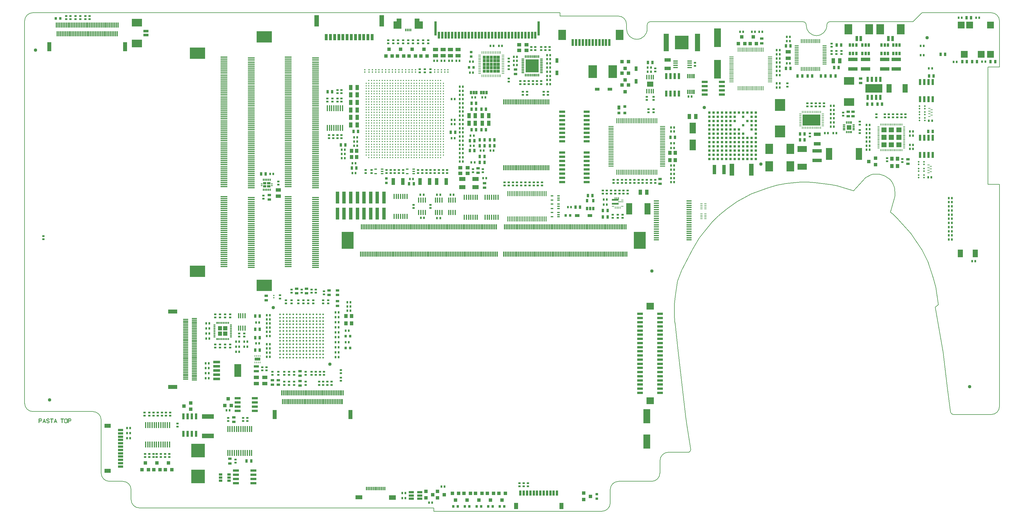
<source format=gbr>
*
G04 Job   : D:\PD-Master\Mas\Mas100n1 ACB_0001_0\Mas100n1 PPC_PORTABILE R_0.pcb*
G04 User  : SHINA:Administrator*
G04 Layer : M-SolderPasteTop.gbr*
G04 Date  : Thu Feb 04 15:45:00 2021*
G04 RSM MASTER DESIGN srl*
%ICAS*%
%MOMM*%
%FSLAX24Y24*%
%OFA0.0000B0.0000*%
G90*
G74*
%AMVB_RECTANGLE*
21,1,$1,$2,0,0,$3*
%
%AMVB_FINGER0*
$3=$1/2*
$4=$2/2*
$5=0-$4*
1,1,$2,$3-$4,0*
21,1,$1-$4,$2,$5/2,0,0*
%
%AMVB_FINGER90*
$3=$1/2*
$4=$2/2*
$5=0-$4*
1,1,$2,0,$3-$4*
21,1,$2,$1-$4,0,$5/2,0*
%
%AMVB_FINGER180*
$3=$1/2*
$4=$2/2*
1,1,$2,$4-$3,0*
21,1,$1-$4,$2,$4/2,0,0*
%
%AMVB_FINGER270*
$3=$1/2*
$4=$2/2*
1,1,$2,0,$4-$3*
21,1,$2,$1-$4,0,$4/2,0*
%
%AMVB_RCRECTANGLE*
$3=$3X2*
21,1,$1-$3,$2,0,0,0*
21,1,$1,$2-$3,0,0,0*
$1=$1/2*
$2=$2/2*
$3=$3/2*
$1=$1-$3*
$2=$2-$3*
1,1,$3X2,0-$1,0-$2*
1,1,$3X2,0-$1,$2*
1,1,$3X2,$1,$2*
1,1,$3X2,$1,0-$2*
%
%ADD10C,0.15000*%
%ADD56C,0.35000*%
%ADD131C,0.50000*%
%ADD11C,1.01600*%
%ADD102O,0.90000X0.30000*%
%ADD103O,0.30000X0.90000*%
%ADD39VB_RECTANGLE,0.65000X0.65000X0.00000*%
%ADD125VB_RECTANGLE,1.30000X1.30000X90.00000*%
%ADD97VB_RECTANGLE,2.00000X2.00000X270.00000*%
%ADD101VB_RECTANGLE,3.93700X3.93700X0.00000*%
%ADD27VB_RECTANGLE,4.00000X4.00000X180.00000*%
%ADD48VB_RECTANGLE,4.06400X4.06400X0.00000*%
%ADD15VB_RECTANGLE,0.50000X0.25000X90.00000*%
%ADD73VB_RECTANGLE,0.60000X0.25000X180.00000*%
%ADD72VB_RECTANGLE,0.60000X0.25000X270.00000*%
%ADD13VB_RECTANGLE,0.63500X0.58420X180.00000*%
%ADD12VB_RECTANGLE,0.63500X0.58420X270.00000*%
%ADD130VB_RECTANGLE,0.70000X0.20000X0.00000*%
%ADD79VB_RECTANGLE,0.76200X0.30480X270.00000*%
%ADD77VB_RECTANGLE,0.76200X0.40640X180.00000*%
%ADD54VB_RECTANGLE,0.76200X0.63500X0.00000*%
%ADD62VB_RECTANGLE,0.76200X0.63500X90.00000*%
%ADD42VB_RECTANGLE,0.76200X0.88900X270.00000*%
%ADD76VB_RECTANGLE,1.00000X0.30000X90.00000*%
%ADD78VB_RECTANGLE,1.00000X1.25000X180.00000*%
%ADD25VB_RECTANGLE,1.00000X1.25000X270.00000*%
%ADD30VB_RECTANGLE,1.01600X0.66040X180.00000*%
%ADD32VB_RECTANGLE,1.01600X0.66040X270.00000*%
%ADD65VB_RECTANGLE,1.01600X1.01600X0.00000*%
%ADD55VB_RECTANGLE,1.01600X1.01600X270.00000*%
%ADD61VB_RECTANGLE,1.10000X0.60000X270.00000*%
%ADD70VB_RECTANGLE,1.14300X0.25400X0.00000*%
%ADD71VB_RECTANGLE,1.14300X0.25400X270.00000*%
%ADD41VB_RECTANGLE,1.14300X0.88900X270.00000*%
%ADD26VB_RECTANGLE,1.14300X1.01600X90.00000*%
%ADD24VB_RECTANGLE,1.27000X0.20320X180.00000*%
%ADD23VB_RECTANGLE,1.27000X0.20320X90.00000*%
%ADD113VB_RECTANGLE,1.27000X0.27940X90.00000*%
%ADD98VB_RECTANGLE,1.39700X0.81280X0.00000*%
%ADD58VB_RECTANGLE,1.39700X0.81280X90.00000*%
%ADD38VB_RECTANGLE,1.40000X0.35000X90.00000*%
%ADD114VB_RECTANGLE,1.40000X0.40000X0.00000*%
%ADD89VB_RECTANGLE,1.50000X0.30000X0.00000*%
%ADD87VB_RECTANGLE,1.50000X0.30000X90.00000*%
%ADD115VB_RECTANGLE,1.52400X0.25400X180.00000*%
%ADD59VB_RECTANGLE,1.52400X0.25400X90.00000*%
%ADD66VB_RECTANGLE,1.52400X0.27940X90.00000*%
%ADD17VB_RECTANGLE,1.52400X0.35560X0.00000*%
%ADD96VB_RECTANGLE,1.52400X0.35560X90.00000*%
%ADD21VB_RECTANGLE,1.52400X0.63500X270.00000*%
%ADD99VB_RECTANGLE,1.52400X0.76200X0.00000*%
%ADD100VB_RECTANGLE,1.52400X0.76200X270.00000*%
%ADD45VB_RECTANGLE,1.52400X1.01600X0.00000*%
%ADD31VB_RECTANGLE,1.52400X1.01600X270.00000*%
%ADD81VB_RECTANGLE,1.60000X0.60000X0.00000*%
%ADD93VB_RECTANGLE,1.60000X0.60000X90.00000*%
%ADD112VB_RECTANGLE,1.60000X0.70000X0.00000*%
%ADD33VB_RECTANGLE,1.70000X0.25000X180.00000*%
%ADD91VB_RECTANGLE,1.70000X0.70000X0.00000*%
%ADD16VB_RECTANGLE,1.70000X0.90000X0.00000*%
%ADD40VB_RECTANGLE,1.77800X0.35560X270.00000*%
%ADD22VB_RECTANGLE,1.77800X0.66040X0.00000*%
%ADD85VB_RECTANGLE,1.77800X0.66040X270.00000*%
%ADD82VB_RECTANGLE,1.80000X1.20000X0.00000*%
%ADD94VB_RECTANGLE,1.80000X1.20000X90.00000*%
%ADD109VB_RECTANGLE,1.90000X0.85000X270.00000*%
%ADD60VB_RECTANGLE,1.90000X1.10000X0.00000*%
%ADD37VB_RECTANGLE,1.90000X1.50000X0.00000*%
%ADD47VB_RECTANGLE,2.00000X0.35000X180.00000*%
%ADD34VB_RECTANGLE,2.00000X0.50000X180.00000*%
%ADD67VB_RECTANGLE,2.00000X0.60000X270.00000*%
%ADD74VB_RECTANGLE,2.00000X1.20000X0.00000*%
%ADD75VB_RECTANGLE,2.00000X1.30000X0.00000*%
%ADD84VB_RECTANGLE,2.03200X0.66040X270.00000*%
%ADD132VB_RECTANGLE,2.03200X0.76200X0.00000*%
%ADD69VB_RECTANGLE,2.03200X1.01600X180.00000*%
%ADD44VB_RECTANGLE,2.03200X1.01600X270.00000*%
%ADD92VB_RECTANGLE,2.20000X2.00000X0.00000*%
%ADD43VB_RECTANGLE,2.28600X1.52400X270.00000*%
%ADD83VB_RECTANGLE,2.54000X1.52400X90.00000*%
%ADD88VB_RECTANGLE,2.70000X1.20000X0.00000*%
%ADD86VB_RECTANGLE,2.70000X1.20000X90.00000*%
%ADD18VB_RECTANGLE,2.79400X1.01600X180.00000*%
%ADD116VB_RECTANGLE,2.79400X1.01600X270.00000*%
%ADD51VB_RECTANGLE,2.79400X1.77800X0.00000*%
%ADD90VB_RECTANGLE,3.04800X2.28600X180.00000*%
%ADD52VB_RECTANGLE,3.04800X2.28600X90.00000*%
%ADD57VB_RECTANGLE,3.22580X1.90500X270.00000*%
%ADD110VB_RECTANGLE,3.35000X1.30000X270.00000*%
%ADD19VB_RECTANGLE,3.42900X1.77800X90.00000*%
%ADD64VB_RECTANGLE,3.55600X1.01600X90.00000*%
%ADD53VB_RECTANGLE,3.55600X1.39700X0.00000*%
%ADD111VB_RECTANGLE,3.55600X1.39700X90.00000*%
%ADD104VB_RECTANGLE,3.60000X1.80000X90.00000*%
%ADD14VB_RECTANGLE,3.60000X3.00000X270.00000*%
%ADD133VB_RECTANGLE,3.81000X2.03200X270.00000*%
%ADD28VB_RECTANGLE,3.81000X2.54000X270.00000*%
%ADD50VB_RECTANGLE,4.19100X2.03200X270.00000*%
%ADD68VB_RECTANGLE,4.20000X0.70000X270.00000*%
%ADD46VB_RECTANGLE,4.50000X3.40000X180.00000*%
%ADD95VB_RECTANGLE,5.00000X3.50000X90.00000*%
%ADD20VB_RECTANGLE,5.08000X2.54000X0.00000*%
%ADD49VB_RECTANGLE,5.20000X1.50000X90.00000*%
%ADD80VB_RECTANGLE,5.60000X2.10000X270.00000*%
%ADD126VB_FINGER0,0.60000X0.25000*%
%ADD127VB_FINGER90,0.60000X0.25000*%
%ADD128VB_FINGER180,0.60000X0.25000*%
%ADD129VB_FINGER270,0.60000X0.25000*%
%ADD118VB_FINGER0,0.60000X0.28000*%
%ADD119VB_FINGER90,0.60000X0.28000*%
%ADD120VB_FINGER180,0.60000X0.28000*%
%ADD117VB_FINGER270,0.60000X0.28000*%
%ADD35VB_FINGER90,0.70000X0.28000*%
%ADD36VB_FINGER270,0.70000X0.28000*%
%ADD124VB_FINGER0,0.76200X0.30480*%
%ADD122VB_FINGER90,0.76200X0.30480*%
%ADD121VB_FINGER180,0.76200X0.30480*%
%ADD123VB_FINGER270,0.76200X0.30480*%
%ADD105VB_FINGER0,0.80010X0.22860*%
%ADD107VB_FINGER90,0.80010X0.22860*%
%ADD106VB_FINGER180,0.80010X0.22860*%
%ADD108VB_FINGER270,0.80010X0.22860*%
%ADD29VB_RCRECTANGLE,0.40000X0.40000X0.10000*%
%ADD63VB_RCRECTANGLE,0.45000X0.45000X0.13000*%
G01*
G36*
X581000Y528500D02*
X593500D01*
Y541000*
X581000*
Y528500*
Y544000D02*
X593500D01*
Y556500*
X581000*
Y544000*
X596500Y528500D02*
X609000D01*
Y541000*
X596500*
Y528500*
Y544000D02*
X609000D01*
Y556500*
X596500*
Y544000*
X709700Y978750D02*
Y981250D01*
X714700*
Y980000*
Y978750*
X709700*
Y983750D02*
Y986250D01*
X714700*
Y985000*
Y983750*
X709700*
X716400Y974600D02*
X726400D01*
Y981400*
X716400*
Y974600*
Y983600D02*
X726400D01*
Y990400*
X716400*
Y983600*
X728600Y974600D02*
X738600D01*
Y981400*
X728600*
Y974600*
Y983600D02*
X738600D01*
Y990400*
X728600*
Y983600*
X740300Y978750D02*
Y980000D01*
Y981250*
X745300*
Y978750*
X740300*
Y983750D02*
Y985000D01*
Y986250*
X745300*
Y983750*
X740300*
X1108500Y1451500D02*
X1132500D01*
Y1482500*
X1118000*
Y1473500*
X1108500*
Y1451500*
X1196500D02*
X1172500D01*
Y1482500*
X1187000*
Y1473500*
X1196500*
Y1451500*
X1377000Y1319500D02*
X1386000D01*
Y1328500*
X1377000*
Y1319500*
Y1330000D02*
X1386000D01*
Y1339000*
X1377000*
Y1330000*
Y1340500D02*
X1386000D01*
Y1349500*
X1377000*
Y1340500*
Y1351000D02*
X1386000D01*
Y1360000*
X1377000*
Y1351000*
Y1361500D02*
X1386000D01*
Y1370500*
X1377000*
Y1361500*
X1387500Y1319500D02*
X1396500D01*
Y1328500*
X1387500*
Y1319500*
Y1330000D02*
X1396500D01*
Y1339000*
X1387500*
Y1330000*
Y1340500D02*
X1396500D01*
Y1349500*
X1387500*
Y1340500*
Y1351000D02*
X1396500D01*
Y1360000*
X1387500*
Y1351000*
Y1361500D02*
X1396500D01*
Y1370500*
X1387500*
Y1361500*
X1398000Y1319500D02*
X1407000D01*
Y1328500*
X1398000*
Y1319500*
Y1330000D02*
X1407000D01*
Y1339000*
X1398000*
Y1330000*
Y1340500D02*
X1407000D01*
Y1349500*
X1398000*
Y1340500*
Y1351000D02*
X1407000D01*
Y1360000*
X1398000*
Y1351000*
Y1361500D02*
X1407000D01*
Y1370500*
X1398000*
Y1361500*
X1408500Y1319500D02*
X1417500D01*
Y1328500*
X1408500*
Y1319500*
Y1330000D02*
X1417500D01*
Y1339000*
X1408500*
Y1330000*
Y1340500D02*
X1417500D01*
Y1349500*
X1408500*
Y1340500*
Y1351000D02*
X1417500D01*
Y1360000*
X1408500*
Y1351000*
Y1361500D02*
X1417500D01*
Y1370500*
X1408500*
Y1361500*
X1419000Y1319500D02*
X1428000D01*
Y1328500*
X1419000*
Y1319500*
Y1330000D02*
X1428000D01*
Y1339000*
X1419000*
Y1330000*
Y1340500D02*
X1428000D01*
Y1349500*
X1419000*
Y1340500*
Y1351000D02*
X1428000D01*
Y1360000*
X1419000*
Y1351000*
Y1361500D02*
X1428000D01*
Y1370500*
X1419000*
Y1361500*
X1511000Y1326000D02*
X1523500D01*
Y1338500*
X1511000*
Y1326000*
Y1341500D02*
X1523500D01*
Y1354000*
X1511000*
Y1341500*
X1526500Y1326000D02*
X1539000D01*
Y1338500*
X1526500*
Y1326000*
Y1341500D02*
X1539000D01*
Y1354000*
X1526500*
Y1341500*
X1773500Y938900D02*
X1776000D01*
Y944400*
X1773500*
Y938900*
X1778500D02*
X1781000D01*
Y944400*
X1778500*
Y938900*
X1783500D02*
X1786000D01*
Y944400*
X1783500*
Y938900*
X2338500Y1161000D02*
X2391500D01*
Y1194000*
X2338500*
Y1161000*
X2575000Y1095000D02*
X2590000D01*
Y1110000*
X2575000*
Y1095000*
Y1117500D02*
X2590000D01*
Y1132500*
X2575000*
Y1117500*
Y1140000D02*
X2590000D01*
Y1155000*
X2575000*
Y1140000*
X2597500Y1095000D02*
X2612500D01*
Y1110000*
X2597500*
Y1095000*
Y1117500D02*
X2612500D01*
Y1132500*
X2597500*
Y1117500*
Y1140000D02*
X2612500D01*
Y1155000*
X2597500*
Y1140000*
X2620000Y1095000D02*
X2635000D01*
Y1110000*
X2620000*
Y1095000*
Y1117500D02*
X2635000D01*
Y1132500*
X2620000*
Y1117500*
Y1140000D02*
X2635000D01*
Y1155000*
X2620000*
Y1140000*
G37*
G54D10*
X43576Y277569D02*
X49324D01*
X50344Y276813*
X51172Y275685*
Y274209*
X50320Y273033*
X49324Y272301*
X43576*
Y277569*
X50728Y277137D02*
X50692Y277161D01*
X50668Y277173*
Y277185*
X49540Y278013*
X49480Y278037*
X49444Y278049*
X49384Y278061*
X43324*
X43228Y278037*
X43168Y277977*
X43108Y277917*
X43084Y277821*
Y266301*
X43108Y266217*
X43156Y266145*
X43240Y266109*
X43324Y266097*
X43420Y266109*
X43504Y266145*
X43552Y266217*
X43576Y266301*
Y271821*
X49384*
X49456*
X49492Y271833*
X49540Y271857*
X50668Y272673*
X50704Y272709*
X50740Y272781*
X51616Y273969*
Y273993*
X51628Y274005*
X51640Y274017*
Y274053*
X51652Y274077*
Y274113*
Y275769*
X51640Y275817*
Y275841*
X51628Y275865*
X51616Y275877*
Y275901*
X50728Y277137*
X58708Y277089D02*
X61240Y269853D01*
X56152*
X58708Y277089*
X58948Y277893D02*
X58912Y277941D01*
X58864Y277989*
X58804Y278013*
X58720Y278025*
X58648*
X58588Y278001*
X58528Y277965*
X58480Y277893*
X54436Y266397*
X54424Y266301*
X54448Y266217*
X54508Y266157*
X54592Y266121*
X54676Y266097*
X54772Y266109*
X54844Y266157*
X54892Y266241*
X55996Y269361*
X61432*
X62524Y266241*
X62572Y266157*
X62656Y266109*
X62752Y266097*
X62824Y266121*
X62896Y266157*
X62956Y266217*
X62992Y266301*
X62968Y266397*
X58948Y277893*
X67000Y267105D02*
X67024Y267081D01*
X67048Y267057*
X67072Y267045*
X69184Y266073*
X69208Y266061*
X69268*
X70852*
X70888*
X70912*
X70936*
X70948Y266073*
X70972*
X73084Y267045*
X73156Y267105*
X74284Y268101*
X74308Y268125*
X74320Y268149*
X74332Y268173*
X74344Y268197*
Y268233*
X74356Y268245*
Y268269*
Y269997*
X74344Y270045*
X74320Y270105*
X74308Y270153*
X74272Y270213*
X72640Y271437*
X72556Y271461*
X67756Y273093*
X66280Y274245*
Y275745*
X67312Y276945*
X69280Y277569*
X70876*
X72856Y276957*
X73948Y275685*
X73984Y275649*
X74020Y275625*
X74056Y275613*
X74104*
X74188Y275637*
X74260Y275697*
X74320Y275769*
X74356Y275853*
Y275937*
X74308Y276009*
X73180Y277329*
X73132Y277365*
X73072Y277377*
X73060*
Y277401*
X70972Y278025*
X70936Y278049*
X70900Y278061*
X69268*
X69220Y278049*
X69184Y278025*
X67108Y277389*
X67096Y277377*
X67048Y277365*
X66988Y277317*
X65860Y275997*
X65812Y275949*
X65800Y275913*
X65788Y275853*
Y274113*
X65800Y274041*
X65824Y273981*
X65848Y273945*
X65872Y273921*
X65896Y273909*
X67504Y272673*
X67528Y272661*
X67576*
X72364Y271029*
X73876Y269865*
Y268365*
X72880Y267501*
X70828Y266553*
X69328*
X67276Y267501*
X66196Y268461*
X66112Y268497*
X66028*
X65944Y268461*
X65884Y268401*
X65836Y268329*
X65800Y268245*
Y268209*
X65812Y268173*
X65836Y268125*
X65872Y268101*
X66988Y267105*
X67000*
X77368Y278061D02*
X77272Y278037D01*
X77212Y277989*
X77176Y277905*
X77164Y277809*
X77176Y277725*
X77212Y277641*
X77272Y277593*
X77368Y277569*
X81172*
Y266301*
X81196Y266217*
X81244Y266145*
X81328Y266109*
X81412Y266097*
X81496Y266109*
X81580Y266145*
X81628Y266217*
X81652Y266301*
Y277569*
X85456*
X85552Y277593*
X85612Y277641*
X85648Y277725*
X85660Y277809*
X85648Y277905*
X85612Y277989*
X85552Y278037*
X85456Y278061*
X77368*
X92752Y277089D02*
X95284Y269853D01*
X90196*
X92752Y277089*
X92992Y277893D02*
X92956Y277941D01*
X92908Y277989*
X92848Y278013*
X92764Y278025*
X92692*
X92632Y278001*
X92572Y277965*
X92524Y277893*
X88480Y266397*
X88468Y266301*
X88492Y266217*
X88552Y266157*
X88636Y266121*
X88720Y266097*
X88816Y266109*
X88888Y266157*
X88936Y266241*
X90040Y269361*
X95476*
X96568Y266241*
X96616Y266157*
X96700Y266109*
X96796Y266097*
X96868Y266121*
X96940Y266157*
X97000Y266217*
X97036Y266301*
X97012Y266397*
X92992Y277893*
X108652Y278061D02*
X108556Y278037D01*
X108496Y277989*
X108460Y277905*
X108448Y277809*
X108460Y277725*
X108496Y277641*
X108556Y277593*
X108652Y277569*
X112456*
Y266301*
X112480Y266217*
X112528Y266145*
X112612Y266109*
X112696Y266097*
X112780Y266109*
X112864Y266145*
X112912Y266217*
X112936Y266301*
Y277569*
X116740*
X116836Y277593*
X116896Y277641*
X116932Y277725*
X116944Y277809*
X116932Y277905*
X116896Y277989*
X116836Y278037*
X116740Y278061*
X108652*
X120244Y268833D02*
Y275289D01*
X120484Y276441*
X120964Y277017*
X122128Y277437*
X123256Y277569*
X124804*
X124828*
X125956Y277437*
X127108Y277017*
X127588Y276441*
X127840Y275289*
Y268833*
X127600Y267705*
X127132Y267273*
X125908Y266673*
X124828Y266553*
X123280*
X123256*
X122164Y266673*
X120952Y267273*
X120484Y267705*
X120244Y268833*
X127360Y266829D02*
X127432Y266889D01*
X127996Y267417*
X128008Y267453*
X128068Y267537*
X128320Y268737*
Y268821*
Y275289*
Y275385*
X128068Y276585*
X128044Y276609*
X128032Y276633*
X128020Y276645*
X127996Y276693*
X127432Y277389*
X127408*
X127396Y277413*
Y277425*
X127360Y277449*
X127324Y277461*
X126076Y277869*
X126040Y277893*
X126004Y277905*
X124876Y278061*
X124864*
X123244*
X123196*
X123184*
X122068Y277905*
X122032Y277893*
X121996Y277869*
X120760Y277461*
X120712Y277437*
X120700Y277425*
X120664Y277389*
X120076Y276693*
X120052Y276657*
X120040*
X120016Y276621*
X120004Y276585*
X119752Y275385*
X119740Y275337*
X119752Y275289*
Y268821*
X119740Y268785*
X119752Y268737*
X120004Y267537*
X120016Y267477*
X120064Y267453*
Y267441*
X120100Y267417*
X120664Y266889*
X120676*
X120748Y266829*
X121996Y266229*
X122020Y266217*
X122044*
X122068*
X123184Y266061*
X123232*
X123244*
X124828*
X124864*
X124876*
X126004Y266217*
X126028*
X126052Y266229*
X126076*
X127360Y266829*
X131584Y277569D02*
X137332D01*
X138352Y276813*
X139180Y275685*
Y274209*
X138328Y273033*
X137332Y272301*
X131584*
Y277569*
X138736Y277137D02*
X138700Y277161D01*
X138676Y277173*
Y277185*
X137548Y278013*
X137488Y278037*
X137452Y278049*
X137392Y278061*
X131332*
X131236Y278037*
X131176Y277977*
X131116Y277917*
X131092Y277821*
Y266301*
X131116Y266217*
X131164Y266145*
X131248Y266109*
X131332Y266097*
X131428Y266109*
X131512Y266145*
X131560Y266217*
X131584Y266301*
Y271821*
X137392*
X137464*
X137500Y271833*
X137548Y271857*
X138676Y272673*
X138712Y272709*
X138748Y272781*
X139624Y273969*
Y273993*
X139636Y274005*
X139648Y274017*
Y274053*
X139660Y274077*
Y274113*
Y275769*
X139648Y275817*
Y275841*
X139636Y275865*
X139624Y275877*
Y275901*
X138736Y277137*
X2930000Y1337000D02*
X2895000D01*
Y984000*
X2930000*
Y316000*
G02X2905000Y291000I25000*
G01X2792719*
G02X2782812Y299638J10000*
G01X2773000Y371000*
X2761000Y478000*
X2737000Y614000*
X2746000Y622000*
X2739000Y674000*
X2731000Y702000*
X2715000Y751000*
X2697000Y786000*
X2663000Y836000*
X2623000Y881000*
X2610000Y894000*
X2602000Y900000*
X2609000Y924000*
X2615000Y945000*
X2616000Y950000*
Y956000*
X2615000Y969000*
X2614000Y974000*
X2611000Y983000*
X2608000Y989000*
X2601000Y998000*
X2588000Y1007000*
X2583000Y1010000*
X2569000Y1014000*
X2550000*
X2544000Y1012000*
X2528000Y1004000*
X2491000Y964000*
X2441000Y979000*
X2423000Y983000*
X2375000Y989000*
X2354000Y990000*
X2332000*
X2289000Y986000*
X2261000Y981000*
X2233000Y973000*
X2184000Y955000*
X2142000Y932000*
X2112000Y911000*
X2090000Y893000*
X2080000Y884000*
X2066000Y870000*
X2044000Y843000*
X2027000Y822000*
X2007000Y787000*
X1975000Y725000*
X1962000Y692000*
X1955000Y647000*
X1953000Y623000*
Y591000*
X1954000Y571000*
X1955000Y563000*
X1963000Y491000*
X1982000Y329000*
X1987000Y285000*
X1990000Y261000*
X2001575Y185994*
G02X2001663Y184850I7412J1144*
X1996833Y177841I7500*
G01X1934619Y177597*
G03X1909719Y152883I98J25000*
G01X1909282Y114714*
G02X1884284Y90000I24998J286*
G01X1785000*
G03X1760000Y65000J25000*
G01Y25000*
G02X1735000Y0I25000*
G01X1230000*
Y10000*
X345000*
G02X320000Y35000J25000*
G01Y65000*
G03X295000Y90000I25000*
G01X255000*
G02X230000Y115000J25000*
G01Y275000*
G03X205000Y300000I25000*
G01X25000*
G02X0Y325000J25000*
G01Y1475000*
G02X25000Y1500000I25000*
G01X1609000*
Y1490000*
X1784000*
G02X1809000Y1465000J25000*
G01Y1451000*
G03X1840000Y1420000I31000*
X1871000Y1451000J31000*
G01Y1463000*
G02X1881000Y1473000I10000*
G01X2339000*
G02X2349000Y1463000J10000*
G01Y1462000*
G03X2380000Y1431000I31000*
X2411000Y1462000J31000*
G01Y1463000*
G02X2421000Y1473000I10000*
G01X2670000*
X2697500Y1500000*
X2905000*
G02X2930000Y1475000J25000*
G01Y1337000*
G54D11*
X32500Y1387500D03*
X75000Y335000D03*
X747500Y612500D03*
X917500Y442500D03*
X1885000Y722500D03*
X2042500Y1215000D03*
X2212500Y1045000D03*
X2712500Y1425000D03*
X2840000Y375000D03*
G54D12*
X307801Y220000D03*
Y235000D03*
Y250000D03*
X317199Y220000D03*
Y235000D03*
Y250000D03*
X544301Y400500D03*
Y415500D03*
Y430500D03*
Y445500D03*
X545301Y520000D03*
Y535000D03*
Y550000D03*
Y565000D03*
X553699Y400500D03*
Y415500D03*
Y430500D03*
Y445500D03*
X554699Y520000D03*
Y535000D03*
Y550000D03*
Y565000D03*
X606801Y303500D03*
X616199D03*
X635301Y480000D03*
Y495000D03*
Y510000D03*
X644699Y480000D03*
Y495000D03*
Y510000D03*
X660301Y495000D03*
Y510000D03*
X669699Y495000D03*
Y510000D03*
X695301Y505000D03*
Y567500D03*
X704699Y505000D03*
Y567500D03*
X727801Y465000D03*
Y477500D03*
Y490000D03*
Y502500D03*
Y527500D03*
Y540000D03*
Y552500D03*
Y565000D03*
Y577500D03*
Y590000D03*
X737199Y465000D03*
Y477500D03*
Y490000D03*
Y502500D03*
Y527500D03*
Y540000D03*
Y552500D03*
Y565000D03*
Y577500D03*
Y590000D03*
X737801Y1015000D03*
X747199D03*
X934631Y463590D03*
Y478590D03*
Y493590D03*
Y508590D03*
Y523590D03*
Y538590D03*
Y553590D03*
Y568590D03*
Y583590D03*
Y598590D03*
X944029Y463590D03*
Y478590D03*
Y493590D03*
Y508590D03*
Y523590D03*
Y538590D03*
Y553590D03*
Y568590D03*
Y583590D03*
Y598590D03*
X952801Y1062500D03*
Y1075000D03*
Y1087500D03*
X962199Y1062500D03*
Y1075000D03*
Y1087500D03*
X964631Y508590D03*
Y543590D03*
X969631Y603590D03*
Y616090D03*
Y628590D03*
X974029Y508590D03*
Y543590D03*
X979029Y603590D03*
Y616090D03*
Y628590D03*
X985301Y1017500D03*
Y1047500D03*
X990301Y1100000D03*
Y1112500D03*
Y1125000D03*
X994699Y1017500D03*
Y1047500D03*
X999699Y1100000D03*
Y1112500D03*
Y1125000D03*
X1135301Y40000D03*
Y55000D03*
X1144699Y40000D03*
Y55000D03*
X1157801Y1000000D03*
X1167199D03*
X1189551Y952250D03*
X1191051Y882750D03*
X1198949Y952250D03*
X1200449Y882750D03*
X1215301Y26000D03*
X1224699D03*
X1230301Y1355000D03*
X1239551Y882250D03*
Y952250D03*
X1239699Y1355000D03*
X1248949Y882250D03*
Y952250D03*
X1252801Y74000D03*
Y1355000D03*
X1262199Y74000D03*
Y1355000D03*
X1275301D03*
X1279551Y952250D03*
X1282801Y1122500D03*
Y1165000D03*
Y1177500D03*
Y1240000D03*
X1284699Y1355000D03*
X1288949Y952250D03*
X1292199Y1122500D03*
Y1165000D03*
Y1177500D03*
Y1240000D03*
X1297801Y1355000D03*
X1307199D03*
X1307801Y1052500D03*
Y1065000D03*
Y1077500D03*
Y1090000D03*
Y1102500D03*
Y1115000D03*
Y1127500D03*
Y1140000D03*
Y1152500D03*
Y1165000D03*
Y1177500D03*
Y1190000D03*
Y1202500D03*
Y1215000D03*
Y1227500D03*
Y1240000D03*
Y1252500D03*
Y1265000D03*
Y1277500D03*
X1317199Y1052500D03*
Y1065000D03*
Y1077500D03*
Y1090000D03*
Y1102500D03*
Y1115000D03*
Y1127500D03*
Y1140000D03*
Y1152500D03*
Y1165000D03*
Y1177500D03*
Y1190000D03*
Y1202500D03*
Y1215000D03*
Y1227500D03*
Y1240000D03*
Y1252500D03*
Y1265000D03*
Y1277500D03*
X1337801Y1320000D03*
Y1352500D03*
X1340301Y1100000D03*
Y1130000D03*
X1342801Y1050000D03*
X1345301Y1245000D03*
X1347199Y1320000D03*
Y1352500D03*
X1349699Y1100000D03*
Y1130000D03*
X1352199Y1050000D03*
X1354699Y1245000D03*
X1370301Y1085000D03*
X1375301Y1245000D03*
X1377801Y1002500D03*
X1379699Y1085000D03*
X1384699Y1245000D03*
X1387199Y1002500D03*
X1400301Y1085000D03*
Y1400000D03*
X1409699Y1085000D03*
Y1400000D03*
X1425301D03*
X1434699D03*
X1470301Y1342500D03*
Y1355000D03*
Y1367500D03*
X1479699Y1342500D03*
Y1355000D03*
Y1367500D03*
X1570301Y1285000D03*
Y1297500D03*
Y1310000D03*
Y1322500D03*
Y1335000D03*
Y1347500D03*
Y1360000D03*
Y1372500D03*
X1579699Y1285000D03*
Y1297500D03*
Y1310000D03*
Y1322500D03*
Y1335000D03*
Y1347500D03*
Y1360000D03*
Y1372500D03*
X1632801Y915000D03*
X1642199D03*
X1740301Y922500D03*
Y937500D03*
X1749699Y922500D03*
Y937500D03*
X1872801Y1322500D03*
Y1335000D03*
X1882199Y1322500D03*
Y1335000D03*
X1942801Y990000D03*
Y1002500D03*
Y1015000D03*
Y1027500D03*
Y1040000D03*
Y1092500D03*
Y1107500D03*
Y1142500D03*
Y1155000D03*
X1952199Y990000D03*
Y1002500D03*
Y1015000D03*
Y1027500D03*
Y1040000D03*
Y1092500D03*
Y1107500D03*
Y1142500D03*
Y1155000D03*
X1995301Y1247500D03*
X2004699D03*
X2150301Y1442500D03*
X2159699D03*
X2185301D03*
X2194699D03*
X2207801D03*
X2217199D03*
X2260301Y1275000D03*
Y1287500D03*
Y1312500D03*
Y1325000D03*
Y1337500D03*
Y1350000D03*
Y1362500D03*
Y1375000D03*
Y1387500D03*
X2269699Y1275000D03*
Y1287500D03*
Y1312500D03*
Y1325000D03*
Y1337500D03*
Y1350000D03*
Y1362500D03*
Y1375000D03*
Y1387500D03*
X2290301Y1347500D03*
Y1415000D03*
Y1427500D03*
X2299699Y1347500D03*
Y1415000D03*
Y1427500D03*
X2405301Y1137500D03*
X2414699D03*
X2422801Y1157500D03*
Y1170000D03*
Y1182500D03*
Y1195000D03*
Y1207500D03*
Y1220000D03*
X2430301Y1137500D03*
X2432199Y1157500D03*
Y1170000D03*
Y1182500D03*
Y1195000D03*
Y1207500D03*
Y1220000D03*
X2439699Y1137500D03*
X2530301Y1087500D03*
Y1100000D03*
Y1112500D03*
Y1125000D03*
Y1137500D03*
Y1150000D03*
Y1162500D03*
X2539699Y1087500D03*
Y1100000D03*
Y1112500D03*
Y1125000D03*
Y1137500D03*
Y1150000D03*
Y1162500D03*
X2660301Y1090000D03*
Y1102500D03*
Y1130000D03*
Y1142500D03*
X2669699Y1090000D03*
Y1102500D03*
Y1130000D03*
Y1142500D03*
X2692801Y1372500D03*
Y1400000D03*
X2702199Y1372500D03*
Y1400000D03*
X2715301Y1005000D03*
X2717801Y1175000D03*
Y1332500D03*
X2724699Y1005000D03*
X2727199Y1175000D03*
Y1332500D03*
X2777801Y817500D03*
Y830000D03*
Y842500D03*
Y855000D03*
Y867500D03*
Y880000D03*
Y892500D03*
Y905000D03*
Y917500D03*
Y930000D03*
Y942500D03*
X2787199Y817500D03*
Y830000D03*
Y842500D03*
Y855000D03*
Y867500D03*
Y880000D03*
Y892500D03*
Y905000D03*
Y917500D03*
Y930000D03*
Y942500D03*
X2791801Y1352000D03*
X2801199D03*
X2806801Y1484500D03*
X2816199D03*
X2847801Y752500D03*
X2857199D03*
X2859301Y1484500D03*
X2868699D03*
X2877801Y1352500D03*
X2887199D03*
G54D13*
X56000Y818301D03*
Y827699D03*
X125000Y1480301D03*
Y1489699D03*
X137500Y1480301D03*
Y1489699D03*
X152500Y1480301D03*
Y1489699D03*
X167500Y1480301D03*
Y1489699D03*
X182500Y1480301D03*
Y1489699D03*
X195000Y1480301D03*
Y1489699D03*
X360000Y287801D03*
Y297199D03*
X362000Y162801D03*
Y172199D03*
X374500Y162801D03*
Y172199D03*
X375000Y287801D03*
Y297199D03*
X387000Y162801D03*
Y172199D03*
X387500Y287801D03*
Y297199D03*
X397000Y162801D03*
Y172199D03*
X400000Y287801D03*
Y297199D03*
X409500Y162801D03*
Y172199D03*
X412500Y287801D03*
Y297199D03*
X422000Y162801D03*
Y172199D03*
X425000Y287801D03*
Y297199D03*
X434500Y162801D03*
Y172199D03*
X437500Y287801D03*
Y297199D03*
X459000Y254301D03*
Y263699D03*
X572500Y492801D03*
Y502199D03*
Y582801D03*
Y592199D03*
X587500Y492801D03*
Y502199D03*
Y582801D03*
Y592199D03*
X602500Y492801D03*
Y502199D03*
Y582801D03*
Y592199D03*
X611500Y271301D03*
Y280699D03*
X617500Y492801D03*
Y502199D03*
Y582801D03*
Y592199D03*
X634000Y146301D03*
Y155699D03*
X645000Y525301D03*
Y534699D03*
X656500Y271301D03*
Y280699D03*
X660000Y525301D03*
Y534699D03*
X669000Y271301D03*
Y280699D03*
X714330Y423891D03*
Y433289D03*
X717500Y940301D03*
Y949699D03*
X726830Y423891D03*
Y433289D03*
X745000Y410301D03*
Y419699D03*
X762500Y410301D03*
Y419699D03*
Y982801D03*
Y992199D03*
X767500Y640301D03*
Y649699D03*
X780000Y380301D03*
Y389699D03*
Y410301D03*
Y419699D03*
X785000Y625301D03*
Y634699D03*
X795000Y380301D03*
Y389699D03*
Y410301D03*
Y419699D03*
X802500Y625301D03*
Y634699D03*
Y657801D03*
Y667199D03*
X810000Y380301D03*
Y389699D03*
Y410301D03*
Y419699D03*
X822500Y625301D03*
Y634699D03*
X832500Y657801D03*
Y667199D03*
X837500Y625301D03*
Y634699D03*
X845000Y380301D03*
Y389699D03*
Y410301D03*
Y419699D03*
X852500Y625301D03*
Y634699D03*
X862500Y410301D03*
Y419699D03*
Y657801D03*
Y667199D03*
X867500Y625301D03*
Y634699D03*
X875000Y410301D03*
Y419699D03*
Y657801D03*
Y667199D03*
X885000Y380301D03*
Y389699D03*
X887500Y410301D03*
Y419699D03*
X897500Y380301D03*
Y389699D03*
Y625301D03*
Y634699D03*
X900000Y410301D03*
Y419699D03*
Y652801D03*
Y662199D03*
X910000Y380301D03*
Y389699D03*
Y1232801D03*
Y1242199D03*
X912500Y625301D03*
Y634699D03*
X915000Y1122801D03*
Y1132199D03*
X922500Y380301D03*
Y389699D03*
X925000Y1232801D03*
Y1242199D03*
X927500Y1122801D03*
Y1132199D03*
X940000Y1122801D03*
Y1132199D03*
Y1232801D03*
Y1242199D03*
Y1257801D03*
Y1267199D03*
X950000Y392801D03*
Y402199D03*
Y415301D03*
Y424699D03*
X952500Y1122801D03*
Y1132199D03*
Y1232801D03*
Y1242199D03*
Y1257801D03*
Y1267199D03*
X1025000Y1017801D03*
Y1027199D03*
X1042500Y1017801D03*
Y1027199D03*
X1087500Y1017801D03*
Y1027199D03*
X1092500Y1407801D03*
Y1417199D03*
X1100000Y1017801D03*
Y1027199D03*
X1107500Y1407801D03*
Y1417199D03*
X1112500Y1017801D03*
Y1027199D03*
X1122500Y1407801D03*
Y1417199D03*
X1125000Y1017801D03*
Y1027199D03*
X1137500Y1017801D03*
Y1027199D03*
Y1407801D03*
Y1417199D03*
X1152500Y1407801D03*
Y1417199D03*
X1167500Y1407801D03*
Y1417199D03*
X1169250Y912551D03*
Y921949D03*
X1182500Y1017801D03*
Y1027199D03*
Y1407801D03*
Y1417199D03*
X1187500Y1320301D03*
Y1329699D03*
X1195000Y1017801D03*
Y1027199D03*
X1197500Y1407801D03*
Y1417199D03*
X1202500Y1320301D03*
Y1329699D03*
X1207500Y1017801D03*
Y1027199D03*
X1212500Y1407801D03*
Y1417199D03*
X1219250Y912551D03*
Y921949D03*
X1220000Y1017801D03*
Y1027199D03*
Y1320301D03*
Y1329699D03*
X1232500Y1017801D03*
Y1027199D03*
X1245000Y1017801D03*
Y1027199D03*
X1257500Y1017801D03*
Y1027199D03*
X1270000Y1017801D03*
Y1027199D03*
X1347500Y1020301D03*
Y1029699D03*
X1377500Y1020301D03*
Y1029699D03*
X1442500Y980301D03*
Y989699D03*
X1455000Y980301D03*
Y989699D03*
Y1292801D03*
Y1302199D03*
Y1330301D03*
Y1339699D03*
Y1352801D03*
Y1362199D03*
X1467500Y980301D03*
Y989699D03*
X1480000Y980301D03*
Y989699D03*
X1487500Y75301D03*
Y84699D03*
X1490000Y1285301D03*
Y1294699D03*
X1492500Y980301D03*
Y989699D03*
X1497500Y1252801D03*
Y1262199D03*
X1500000Y75301D03*
Y84699D03*
X1502500Y1285301D03*
Y1294699D03*
X1505000Y980301D03*
Y989699D03*
X1510000Y1252801D03*
Y1262199D03*
X1512500Y75301D03*
Y84699D03*
X1515000Y1285301D03*
Y1294699D03*
X1517500Y980301D03*
Y989699D03*
X1522500Y1387801D03*
Y1397199D03*
X1527500Y1285301D03*
Y1294699D03*
X1530000Y980301D03*
Y989699D03*
X1535000Y1387801D03*
Y1397199D03*
X1540000Y1285301D03*
Y1294699D03*
X1542500Y980301D03*
Y989699D03*
X1552500Y1285301D03*
Y1294699D03*
Y1387801D03*
Y1397199D03*
X1555000Y980301D03*
Y989699D03*
X1560000Y1252801D03*
Y1262199D03*
X1565000Y1387801D03*
Y1397199D03*
X1572500Y1252801D03*
Y1262199D03*
X1577500Y1387801D03*
Y1397199D03*
X1737500Y955301D03*
Y964699D03*
X1750000Y955301D03*
Y964699D03*
X1762500Y955301D03*
Y964699D03*
X1767500Y882801D03*
Y892199D03*
X1770000Y987801D03*
Y997199D03*
X1775000Y955301D03*
Y964699D03*
X1782500Y882801D03*
Y892199D03*
Y987801D03*
Y997199D03*
X1787500Y955301D03*
Y964699D03*
X1795000Y987801D03*
Y997199D03*
X1797500Y882801D03*
Y892199D03*
X1800000Y955301D03*
Y964699D03*
X1807500Y987801D03*
Y997199D03*
X1812500Y955301D03*
Y964699D03*
X1820000Y987801D03*
Y997199D03*
X1832500Y987801D03*
Y997199D03*
X1845000Y987801D03*
Y997199D03*
X1857500Y987801D03*
Y997199D03*
X1870000Y987801D03*
Y997199D03*
Y1237801D03*
Y1247199D03*
X1875000Y1200301D03*
Y1209699D03*
X1882500Y987801D03*
Y997199D03*
X1890000Y1200301D03*
Y1209699D03*
Y1237801D03*
Y1247199D03*
X1895000Y987801D03*
Y997199D03*
Y1322801D03*
Y1332199D03*
X2015000Y1340301D03*
Y1349699D03*
X2292500Y1277801D03*
Y1287199D03*
X2352500Y1217801D03*
Y1227199D03*
X2360000Y1127801D03*
Y1137199D03*
X2365000Y1217801D03*
Y1227199D03*
X2377500Y1217801D03*
Y1227199D03*
X2390000Y1217801D03*
Y1227199D03*
X2402500Y1217801D03*
Y1227199D03*
X2425000Y1375301D03*
Y1384699D03*
Y1397801D03*
Y1407199D03*
X2440000Y1375301D03*
Y1384699D03*
X2455000Y1375301D03*
Y1384699D03*
X2460000Y1190301D03*
Y1199699D03*
X2510000Y1137801D03*
Y1147199D03*
Y1162801D03*
Y1172199D03*
X2560000Y1185301D03*
Y1194699D03*
X2585000Y1185301D03*
Y1194699D03*
X2592500Y1052801D03*
Y1062199D03*
X2597500Y1185301D03*
Y1194699D03*
X2610000Y1185301D03*
Y1194699D03*
X2622500Y1185301D03*
Y1194699D03*
X2635000Y1185301D03*
Y1194699D03*
X2637500Y1050301D03*
Y1059699D03*
X2647500Y1185301D03*
Y1194699D03*
G54D14*
X2270000Y1142500D03*
Y1222500D03*
G54D15*
X692500Y448000D03*
Y467000D03*
X697500Y448000D03*
Y467000D03*
X702500Y448000D03*
Y467000D03*
X707500Y448000D03*
Y467000D03*
G54D16*
X700000Y457500D03*
G54D17*
X1898500Y816500D03*
Y823000D03*
Y829500D03*
Y836000D03*
Y842500D03*
Y849000D03*
Y855500D03*
Y862000D03*
Y868500D03*
Y875000D03*
Y881500D03*
Y888000D03*
Y894500D03*
Y901000D03*
Y907500D03*
Y914000D03*
Y920500D03*
Y927000D03*
Y933500D03*
X1996500Y816500D03*
Y823000D03*
Y829500D03*
Y836000D03*
Y842500D03*
Y849000D03*
Y855500D03*
Y862000D03*
Y868500D03*
Y875000D03*
Y881500D03*
Y888000D03*
Y894500D03*
Y901000D03*
Y907500D03*
Y914000D03*
Y920500D03*
Y927000D03*
Y933500D03*
G54D18*
X2382500Y1055522D03*
Y1084478D03*
X2490000Y1330522D03*
Y1359478D03*
X2527500Y1330522D03*
Y1359478D03*
X2585000Y1330522D03*
Y1359478D03*
X2620000Y1330522D03*
Y1359478D03*
G54D19*
X1817500Y910000D03*
X1872500D03*
G54D20*
X2552500Y1272500D03*
G54D21*
X2533450Y1245195D03*
Y1299805D03*
X2546150Y1245195D03*
Y1299805D03*
X2558850Y1245195D03*
Y1299805D03*
X2571550Y1245195D03*
Y1299805D03*
G54D22*
X635465Y84450D03*
Y97150D03*
Y109850D03*
Y122550D03*
X640465Y301950D03*
Y314650D03*
Y327350D03*
Y340050D03*
X687535Y84450D03*
Y97150D03*
Y109850D03*
Y122550D03*
X692535Y301950D03*
Y314650D03*
Y327350D03*
Y340050D03*
X1615670Y990550D03*
Y1003250D03*
Y1015950D03*
Y1028650D03*
Y1041350D03*
Y1054050D03*
Y1066750D03*
Y1079450D03*
Y1113050D03*
Y1125750D03*
Y1138450D03*
Y1151150D03*
Y1163850D03*
Y1176550D03*
Y1189250D03*
Y1201950D03*
X1689330Y990550D03*
Y1003250D03*
Y1015950D03*
Y1028650D03*
Y1041350D03*
Y1054050D03*
Y1066750D03*
Y1079450D03*
Y1113050D03*
Y1125750D03*
Y1138450D03*
Y1151150D03*
Y1163850D03*
Y1176550D03*
Y1189250D03*
Y1201950D03*
X2043965Y1253450D03*
Y1266150D03*
Y1278850D03*
Y1291550D03*
X2096035Y1253450D03*
Y1266150D03*
Y1278850D03*
Y1291550D03*
G54D23*
X2144500Y1272000D03*
Y1388000D03*
X2148500Y1272000D03*
Y1388000D03*
X2152500Y1272000D03*
Y1388000D03*
X2156500Y1272000D03*
Y1388000D03*
X2160500Y1272000D03*
Y1388000D03*
X2164500Y1272000D03*
Y1388000D03*
X2168500Y1272000D03*
Y1388000D03*
X2172500Y1272000D03*
Y1388000D03*
X2176500Y1272000D03*
Y1388000D03*
X2180500Y1272000D03*
Y1388000D03*
X2184500Y1272000D03*
Y1388000D03*
X2188500Y1272000D03*
Y1388000D03*
X2192500Y1272000D03*
Y1388000D03*
X2196500Y1272000D03*
Y1388000D03*
X2200500Y1272000D03*
Y1388000D03*
X2204500Y1272000D03*
Y1388000D03*
X2208500Y1272000D03*
Y1388000D03*
X2212500Y1272000D03*
Y1388000D03*
X2216500Y1272000D03*
Y1388000D03*
X2220500Y1272000D03*
Y1388000D03*
G54D24*
X2124500Y1292000D03*
Y1296000D03*
Y1300000D03*
Y1304000D03*
Y1308000D03*
Y1312000D03*
Y1316000D03*
Y1320000D03*
Y1324000D03*
Y1328000D03*
Y1332000D03*
Y1336000D03*
Y1340000D03*
Y1344000D03*
Y1348000D03*
Y1352000D03*
Y1356000D03*
Y1360000D03*
Y1364000D03*
Y1368000D03*
X2240500Y1292000D03*
Y1296000D03*
Y1300000D03*
Y1304000D03*
Y1308000D03*
Y1312000D03*
Y1316000D03*
Y1320000D03*
Y1324000D03*
Y1328000D03*
Y1332000D03*
Y1336000D03*
Y1340000D03*
Y1344000D03*
Y1348000D03*
Y1352000D03*
Y1356000D03*
Y1360000D03*
Y1364000D03*
Y1368000D03*
G54D25*
X1309000Y1016750D03*
Y1033250D03*
X1331000Y1016750D03*
Y1033250D03*
X1486500Y1386750D03*
Y1403250D03*
X1508500Y1386750D03*
Y1403250D03*
G54D26*
X982500Y1065500D03*
Y1084500D03*
X997500Y1065500D03*
Y1084500D03*
G54D27*
X521500Y104500D03*
Y182500D03*
G54D28*
X1707500Y1322500D03*
X1767500D03*
G54D29*
X748590Y642170D03*
Y649170D03*
X1022500Y1321500D03*
Y1328500D03*
X1035000Y1321500D03*
Y1328500D03*
X1045000Y1321500D03*
Y1328500D03*
X1055000Y1321500D03*
Y1328500D03*
X1065000Y1321500D03*
Y1328500D03*
X1075000Y1321500D03*
Y1328500D03*
X1085000Y1321500D03*
Y1328500D03*
X1095000Y1321500D03*
Y1328500D03*
X1105000Y1321500D03*
Y1328500D03*
X1115000Y1321500D03*
Y1328500D03*
X1125000Y1321500D03*
Y1328500D03*
X1135000Y1321500D03*
Y1328500D03*
X1145000Y1321500D03*
Y1328500D03*
X1155000Y1321500D03*
Y1328500D03*
X1165000Y1321500D03*
Y1328500D03*
X1175000Y1321500D03*
Y1328500D03*
X1232500Y1321500D03*
Y1328500D03*
X1242500Y1321500D03*
Y1328500D03*
X1252500Y1321500D03*
Y1328500D03*
X1262500Y1321500D03*
Y1328500D03*
X1272500Y1321500D03*
Y1328500D03*
G54D30*
X588500Y92000D03*
Y101500D03*
Y111000D03*
X614500Y92000D03*
Y101500D03*
Y111000D03*
X616500Y144142D03*
Y157858D03*
X629000Y269142D03*
Y282858D03*
X725670Y634552D03*
Y648268D03*
X735000Y938142D03*
Y951858D03*
X745000Y380642D03*
Y394358D03*
X762500Y380642D03*
Y394358D03*
X817500Y655642D03*
Y669358D03*
X827500Y378142D03*
Y391858D03*
Y408142D03*
Y421858D03*
X847500Y655642D03*
Y669358D03*
X915000Y650642D03*
Y664358D03*
X940000Y618142D03*
Y631858D03*
Y650642D03*
Y664358D03*
X1362500Y1018142D03*
Y1031858D03*
X1382500Y973142D03*
Y986858D03*
X1475000Y1315642D03*
Y1329358D03*
X1910000Y985642D03*
Y999358D03*
X2215000Y1408142D03*
Y1421858D03*
X2475000Y1188142D03*
Y1201858D03*
X2490000Y1188142D03*
Y1201858D03*
X2512500Y1288142D03*
Y1301858D03*
X2655000Y1045642D03*
Y1059358D03*
G54D31*
X980475Y1162500D03*
Y1185000D03*
Y1207500D03*
Y1230000D03*
Y1252500D03*
Y1275000D03*
X999525Y1162500D03*
Y1185000D03*
Y1207500D03*
Y1230000D03*
Y1252500D03*
Y1275000D03*
X1335475Y1167500D03*
Y1190000D03*
X1354525Y1167500D03*
Y1190000D03*
X1375475Y1167500D03*
Y1190000D03*
X1394525Y1167500D03*
Y1190000D03*
X1850475Y960000D03*
X1869525D03*
X1997975Y1187500D03*
X2017025D03*
X2430475Y1355000D03*
X2449525D03*
G54D32*
X667142Y151000D03*
X680858D03*
X693142Y485000D03*
Y522500D03*
Y547500D03*
Y587500D03*
X706858Y485000D03*
Y522500D03*
Y547500D03*
Y587500D03*
X710642Y1015000D03*
X724358D03*
X910642Y1262500D03*
X924358D03*
X950642Y1102500D03*
X964358D03*
X983142Y1032500D03*
X988142Y1142500D03*
X996858Y1032500D03*
X1001858Y1142500D03*
X1155642Y985000D03*
X1169358D03*
X1280642Y1140250D03*
X1294358D03*
X1338142Y1085000D03*
Y1115000D03*
X1343142Y1147500D03*
Y1210000D03*
Y1227500D03*
X1351858Y1085000D03*
Y1115000D03*
X1356858Y1147500D03*
Y1210000D03*
Y1227500D03*
X1368142Y1050000D03*
Y1067500D03*
Y1100000D03*
Y1117500D03*
X1373142Y1147500D03*
Y1210000D03*
X1381858Y1050000D03*
Y1067500D03*
Y1100000D03*
Y1117500D03*
X1386858Y1147500D03*
Y1210000D03*
X1398142Y1100000D03*
Y1117500D03*
X1411858Y1100000D03*
Y1117500D03*
X1655642Y915000D03*
X1669358D03*
X1690602Y910435D03*
Y934565D03*
X1693142Y950000D03*
X1700000Y910435D03*
X1706858Y950000D03*
X1709398Y910435D03*
Y934565D03*
X1738142Y885000D03*
Y905000D03*
X1751858Y885000D03*
Y905000D03*
X1873142Y1350000D03*
X1886858D03*
X1940642Y1125000D03*
X1954358D03*
X2288142Y1332500D03*
Y1400000D03*
X2301858Y1332500D03*
Y1400000D03*
X2323142Y1310000D03*
X2330642Y1117500D03*
Y1135000D03*
X2336858Y1310000D03*
X2344358Y1117500D03*
Y1135000D03*
X2353142Y1310000D03*
X2366858D03*
X2393142D03*
X2406858D03*
X2423142D03*
X2433142Y1335000D03*
X2436858Y1310000D03*
X2440642Y1402500D03*
X2446858Y1335000D03*
X2454358Y1402500D03*
X2480475Y1377300D03*
Y1402700D03*
X2490000Y1377300D03*
Y1402700D03*
X2499525Y1377300D03*
Y1402700D03*
X2517975Y1377300D03*
Y1402700D03*
X2527500Y1377300D03*
Y1402700D03*
X2533142Y1225000D03*
X2537025Y1377300D03*
Y1402700D03*
X2546858Y1225000D03*
X2563142D03*
X2575475Y1377300D03*
Y1402700D03*
X2576858Y1225000D03*
X2585000Y1377300D03*
Y1402700D03*
X2594525Y1377300D03*
Y1402700D03*
X2610475Y1377300D03*
Y1402700D03*
X2620000Y1377300D03*
Y1402700D03*
X2629525Y1377300D03*
Y1402700D03*
X2715642Y1142500D03*
X2718142Y1310000D03*
X2729358Y1142500D03*
X2731858Y1310000D03*
X2753142Y1375000D03*
X2766858D03*
X2818142Y1352500D03*
X2830642Y1485000D03*
X2831858Y1352500D03*
X2844358Y1485000D03*
X2848142Y1352500D03*
X2861858D03*
X2903142D03*
X2916858D03*
G54D33*
X1790750Y931050D03*
G54D34*
X1775250Y925150D03*
Y936750D03*
G54D35*
X717500Y967500D03*
X722500D03*
X727500D03*
X732500D03*
X737500D03*
G54D36*
X717500Y997500D03*
X722500D03*
X727500D03*
X732500D03*
X737500D03*
G54D37*
X1880000Y1285000D03*
G54D38*
X1870250Y1263500D03*
Y1306500D03*
X1876750Y1263500D03*
Y1306500D03*
X1883250Y1263500D03*
Y1306500D03*
X1889750Y1263500D03*
Y1306500D03*
G54D39*
X2057650Y1060150D03*
Y1072850D03*
Y1085550D03*
Y1098250D03*
Y1110950D03*
Y1123650D03*
Y1136350D03*
Y1149050D03*
Y1161750D03*
Y1174450D03*
Y1187150D03*
Y1199850D03*
X2070350Y1060150D03*
Y1072850D03*
Y1085550D03*
Y1098250D03*
Y1110950D03*
Y1123650D03*
Y1136350D03*
Y1149050D03*
Y1161750D03*
Y1174450D03*
Y1187150D03*
Y1199850D03*
X2083050Y1060150D03*
Y1072850D03*
Y1085550D03*
Y1098250D03*
Y1110950D03*
Y1123650D03*
Y1136350D03*
Y1149050D03*
Y1161750D03*
Y1174450D03*
Y1187150D03*
Y1199850D03*
X2095750Y1060150D03*
Y1072850D03*
Y1085550D03*
Y1098250D03*
Y1110950D03*
Y1123650D03*
Y1136350D03*
Y1149050D03*
Y1161750D03*
Y1174450D03*
Y1187150D03*
Y1199850D03*
X2108450Y1060150D03*
Y1072850D03*
Y1085550D03*
Y1098250D03*
Y1110950D03*
Y1123650D03*
Y1136350D03*
Y1149050D03*
Y1161750D03*
Y1174450D03*
Y1187150D03*
Y1199850D03*
X2121150Y1060150D03*
Y1072850D03*
Y1085550D03*
Y1098250D03*
Y1110950D03*
Y1123650D03*
Y1136350D03*
Y1149050D03*
Y1161750D03*
Y1174450D03*
Y1187150D03*
Y1199850D03*
X2133850Y1060150D03*
Y1072850D03*
Y1085550D03*
Y1098250D03*
Y1110950D03*
Y1123650D03*
Y1136350D03*
Y1149050D03*
Y1174450D03*
Y1187150D03*
Y1199850D03*
X2146550Y1060150D03*
Y1072850D03*
Y1085550D03*
Y1098250D03*
Y1110950D03*
Y1123650D03*
Y1136350D03*
Y1149050D03*
Y1199850D03*
X2159250Y1060150D03*
Y1072850D03*
Y1085550D03*
Y1098250D03*
Y1110950D03*
Y1123650D03*
Y1136350D03*
Y1161750D03*
Y1187150D03*
Y1199850D03*
X2171950Y1060150D03*
Y1072850D03*
Y1085550D03*
Y1098250D03*
Y1110950D03*
Y1123650D03*
Y1174450D03*
Y1199850D03*
X2184650Y1060150D03*
Y1072850D03*
Y1085550D03*
Y1098250D03*
Y1110950D03*
Y1123650D03*
Y1149050D03*
Y1161750D03*
Y1174450D03*
Y1187150D03*
Y1199850D03*
X2197350Y1060150D03*
Y1072850D03*
Y1085550D03*
Y1098250D03*
Y1110950D03*
Y1123650D03*
Y1136350D03*
Y1149050D03*
Y1161750D03*
Y1174450D03*
Y1187150D03*
Y1199850D03*
G54D40*
X363737Y200790D03*
Y259210D03*
X370239Y200790D03*
Y259210D03*
X376742Y200790D03*
Y259210D03*
X383244Y200790D03*
Y259210D03*
X389746Y200790D03*
Y259210D03*
X396249Y200790D03*
Y259210D03*
X402751Y200790D03*
Y259210D03*
X409254Y200790D03*
Y259210D03*
X415756Y200790D03*
Y259210D03*
X422258Y200790D03*
Y259210D03*
X428761Y200790D03*
Y259210D03*
X435263Y200790D03*
Y259210D03*
X610737Y175377D03*
Y246624D03*
X617239Y175377D03*
Y246624D03*
X623742Y175377D03*
Y246624D03*
X630244Y175377D03*
Y246624D03*
X636746Y175377D03*
Y246624D03*
X643249Y175377D03*
Y246624D03*
X649751Y175377D03*
Y246624D03*
X656254Y175377D03*
Y246624D03*
X662756Y175377D03*
Y246624D03*
X669258Y175377D03*
Y246624D03*
X675761Y175377D03*
Y246624D03*
X682263Y175377D03*
Y246624D03*
X909750Y1152800D03*
Y1212200D03*
X916250Y1152800D03*
X916251Y1212200D03*
X922750Y1152800D03*
X922751Y1212200D03*
X929250Y1152800D03*
X929251Y1212200D03*
X935749Y1152800D03*
X935750Y1212200D03*
X942249Y1152800D03*
X942250Y1212200D03*
X948749Y1152800D03*
X948750Y1212200D03*
X955249Y1152800D03*
X955250Y1212200D03*
G54D41*
X1786008Y1215095D03*
G54D42*
Y1198000D03*
X1803992D03*
Y1217000D03*
G54D43*
X2812648Y775000D03*
X2857352D03*
G54D44*
X1108022Y992500D03*
X1136978D03*
X1188022D03*
X1216978D03*
X1238022D03*
X1266978D03*
G54D45*
X696830Y384065D03*
Y403115D03*
X721830Y384065D03*
Y403115D03*
X762500Y947975D03*
Y967025D03*
X1235000Y1370475D03*
Y1389525D03*
X1257500Y1370475D03*
Y1389525D03*
X1280000Y1370475D03*
Y1389525D03*
X1302500Y1370475D03*
Y1389525D03*
X2295000Y1362975D03*
Y1382025D03*
G54D46*
X519500Y722000D03*
Y1378000D03*
X720250Y680100D03*
Y1427100D03*
G54D47*
X599000Y736500D03*
Y742500D03*
Y748500D03*
Y754500D03*
Y760500D03*
Y766500D03*
Y772500D03*
Y778500D03*
Y784500D03*
Y790500D03*
Y796500D03*
Y802500D03*
Y808500D03*
Y814500D03*
Y820500D03*
Y826500D03*
Y832500D03*
Y838500D03*
Y844500D03*
Y850500D03*
Y856500D03*
Y862500D03*
Y868500D03*
Y874500D03*
Y880500D03*
Y886500D03*
Y892500D03*
Y898500D03*
Y904500D03*
Y910500D03*
Y916500D03*
Y922500D03*
Y928500D03*
Y934500D03*
Y940500D03*
Y946500D03*
Y976500D03*
Y982500D03*
Y988500D03*
Y994500D03*
Y1000500D03*
Y1006500D03*
Y1012500D03*
Y1018500D03*
Y1024500D03*
Y1030500D03*
Y1036500D03*
Y1042500D03*
Y1048500D03*
Y1054500D03*
Y1060500D03*
Y1066500D03*
Y1072500D03*
Y1078500D03*
Y1084500D03*
Y1090500D03*
Y1096500D03*
Y1102500D03*
Y1108500D03*
Y1114500D03*
Y1120500D03*
Y1126500D03*
Y1132500D03*
Y1138500D03*
Y1144500D03*
Y1150500D03*
Y1156500D03*
Y1162500D03*
Y1168500D03*
Y1174500D03*
Y1180500D03*
Y1186500D03*
Y1192500D03*
Y1198500D03*
Y1204500D03*
Y1210500D03*
Y1216500D03*
Y1222500D03*
Y1228500D03*
Y1234500D03*
Y1240500D03*
Y1246500D03*
Y1252500D03*
Y1258500D03*
Y1264500D03*
Y1270500D03*
Y1276500D03*
Y1282500D03*
Y1288500D03*
Y1294500D03*
Y1300500D03*
Y1306500D03*
Y1312500D03*
Y1318500D03*
Y1324500D03*
Y1330500D03*
Y1336500D03*
Y1342500D03*
Y1348500D03*
Y1354500D03*
Y1360500D03*
Y1366500D03*
X681000Y733500D03*
Y739500D03*
Y745500D03*
Y751500D03*
Y757500D03*
Y763500D03*
Y769500D03*
Y775500D03*
Y781500D03*
Y787500D03*
Y793500D03*
Y799500D03*
Y805500D03*
Y811500D03*
Y817500D03*
Y823500D03*
Y829500D03*
Y835500D03*
Y841500D03*
Y847500D03*
Y853500D03*
Y859500D03*
Y865500D03*
Y871500D03*
Y877500D03*
Y883500D03*
Y889500D03*
Y895500D03*
Y901500D03*
Y907500D03*
Y913500D03*
Y919500D03*
Y925500D03*
Y931500D03*
Y937500D03*
Y943500D03*
Y973500D03*
Y979500D03*
Y985500D03*
Y991500D03*
Y997500D03*
Y1003500D03*
Y1009500D03*
Y1015500D03*
Y1021500D03*
Y1027500D03*
Y1033500D03*
Y1039500D03*
Y1045500D03*
Y1051500D03*
Y1057500D03*
Y1063500D03*
Y1069500D03*
Y1075500D03*
Y1081500D03*
Y1087500D03*
Y1093500D03*
Y1099500D03*
Y1105500D03*
Y1111500D03*
Y1117500D03*
Y1123500D03*
Y1129500D03*
Y1135500D03*
Y1141500D03*
Y1147500D03*
Y1153500D03*
Y1159500D03*
Y1165500D03*
Y1171500D03*
Y1177500D03*
Y1183500D03*
Y1189500D03*
Y1195500D03*
Y1201500D03*
Y1207500D03*
Y1213500D03*
Y1219500D03*
Y1225500D03*
Y1231500D03*
Y1237500D03*
Y1243500D03*
Y1249500D03*
Y1255500D03*
Y1261500D03*
Y1267500D03*
Y1273500D03*
Y1279500D03*
Y1285500D03*
Y1291500D03*
Y1297500D03*
Y1303500D03*
Y1309500D03*
Y1315500D03*
Y1321500D03*
Y1327500D03*
Y1333500D03*
Y1339500D03*
Y1345500D03*
Y1351500D03*
Y1357500D03*
Y1363500D03*
X792250Y736500D03*
Y742500D03*
Y748500D03*
Y754500D03*
Y760500D03*
Y766500D03*
Y772500D03*
Y778500D03*
Y784500D03*
Y790500D03*
Y796500D03*
Y802500D03*
Y808500D03*
Y814500D03*
Y820500D03*
Y826500D03*
Y832500D03*
Y838500D03*
Y844500D03*
Y850500D03*
Y856500D03*
Y862500D03*
Y868500D03*
Y874500D03*
Y880500D03*
Y886500D03*
Y892500D03*
Y898500D03*
Y904500D03*
Y910500D03*
Y916500D03*
Y922500D03*
Y928500D03*
Y934500D03*
Y940500D03*
Y946500D03*
Y976500D03*
Y982500D03*
Y988500D03*
Y994500D03*
Y1000500D03*
Y1006500D03*
Y1012500D03*
Y1018500D03*
Y1024500D03*
Y1030500D03*
Y1036500D03*
Y1042500D03*
Y1048500D03*
Y1054500D03*
Y1060500D03*
Y1066500D03*
Y1072500D03*
Y1078500D03*
Y1084500D03*
Y1090500D03*
Y1096500D03*
Y1102500D03*
Y1108500D03*
Y1114500D03*
Y1120500D03*
Y1126500D03*
Y1132500D03*
Y1138500D03*
Y1144500D03*
Y1150500D03*
Y1156500D03*
Y1162500D03*
Y1168500D03*
Y1174500D03*
Y1180500D03*
Y1186500D03*
Y1192500D03*
Y1198500D03*
Y1204500D03*
Y1210500D03*
Y1216500D03*
Y1222500D03*
Y1228500D03*
Y1234500D03*
Y1240500D03*
Y1246500D03*
Y1252500D03*
Y1258500D03*
Y1264500D03*
Y1270500D03*
Y1276500D03*
Y1282500D03*
Y1288500D03*
Y1294500D03*
Y1300500D03*
Y1306500D03*
Y1312500D03*
Y1318500D03*
Y1324500D03*
Y1330500D03*
Y1336500D03*
Y1342500D03*
Y1348500D03*
Y1354500D03*
Y1360500D03*
Y1366500D03*
X874250Y733500D03*
Y739500D03*
Y745500D03*
Y751500D03*
Y757500D03*
Y763500D03*
Y769500D03*
Y775500D03*
Y781500D03*
Y787500D03*
Y793500D03*
Y799500D03*
Y805500D03*
Y811500D03*
Y817500D03*
Y823500D03*
Y829500D03*
Y835500D03*
Y841500D03*
Y847500D03*
Y853500D03*
Y859500D03*
Y865500D03*
Y871500D03*
Y877500D03*
Y883500D03*
Y889500D03*
Y895500D03*
Y901500D03*
Y907500D03*
Y913500D03*
Y919500D03*
Y925500D03*
Y931500D03*
Y937500D03*
Y943500D03*
Y973500D03*
Y979500D03*
Y985500D03*
Y991500D03*
Y997500D03*
Y1003500D03*
Y1009500D03*
Y1015500D03*
Y1021500D03*
Y1027500D03*
Y1033500D03*
Y1039500D03*
Y1045500D03*
Y1051500D03*
Y1057500D03*
Y1063500D03*
Y1069500D03*
Y1075500D03*
Y1081500D03*
Y1087500D03*
Y1093500D03*
Y1099500D03*
Y1105500D03*
Y1111500D03*
Y1117500D03*
Y1123500D03*
Y1129500D03*
Y1135500D03*
Y1141500D03*
Y1147500D03*
Y1153500D03*
Y1159500D03*
Y1165500D03*
Y1171500D03*
Y1177500D03*
Y1183500D03*
Y1189500D03*
Y1195500D03*
Y1201500D03*
Y1207500D03*
Y1213500D03*
Y1219500D03*
Y1225500D03*
Y1231500D03*
Y1237500D03*
Y1243500D03*
Y1249500D03*
Y1255500D03*
Y1261500D03*
Y1267500D03*
Y1273500D03*
Y1279500D03*
Y1285500D03*
Y1291500D03*
Y1297500D03*
Y1303500D03*
Y1309500D03*
Y1315500D03*
Y1321500D03*
Y1327500D03*
Y1333500D03*
Y1339500D03*
Y1345500D03*
Y1351500D03*
Y1357500D03*
Y1363500D03*
G54D48*
X1975000Y1410000D03*
G54D49*
X1928000D03*
X2022000D03*
G54D50*
X1870000Y209400D03*
Y285600D03*
G54D51*
X2337500Y1035830D03*
Y1089170D03*
G54D52*
X1616000Y1433500D03*
X1789000D03*
X2238250Y1037500D03*
Y1090000D03*
X2301750Y1037500D03*
Y1090000D03*
X2476500Y1450000D03*
X2538500D03*
X2571500D03*
X2633500D03*
G54D53*
X551000Y226790D03*
Y285210D03*
G54D54*
X1087500Y987642D03*
Y1001358D03*
X1342500Y1368142D03*
Y1381858D03*
X1720000Y38142D03*
Y51858D03*
G54D55*
X478840Y316500D03*
X499160Y306975D03*
Y326025D03*
X1205840Y40475D03*
Y59525D03*
X1226160Y50000D03*
X1240840Y40475D03*
Y59525D03*
X1261160Y50000D03*
X1679840Y35475D03*
Y54525D03*
X1700160Y45000D03*
X2537340Y1052500D03*
X2557660Y1042975D03*
Y1062025D03*
G54D56*
X1026500Y1072000D03*
Y1080000D03*
Y1088000D03*
Y1096000D03*
Y1104000D03*
Y1112000D03*
Y1120000D03*
Y1128000D03*
Y1136000D03*
Y1144000D03*
Y1152000D03*
Y1160000D03*
Y1168000D03*
Y1176000D03*
Y1184000D03*
Y1192000D03*
Y1200000D03*
Y1208000D03*
Y1216000D03*
Y1224000D03*
Y1232000D03*
Y1240000D03*
Y1248000D03*
Y1256000D03*
Y1264000D03*
Y1272000D03*
Y1280000D03*
Y1288000D03*
X1034500Y1064000D03*
Y1072000D03*
Y1080000D03*
Y1088000D03*
Y1096000D03*
Y1104000D03*
Y1112000D03*
Y1120000D03*
Y1128000D03*
Y1136000D03*
Y1144000D03*
Y1152000D03*
Y1160000D03*
Y1168000D03*
Y1176000D03*
Y1184000D03*
Y1192000D03*
Y1200000D03*
Y1208000D03*
Y1216000D03*
Y1224000D03*
Y1232000D03*
Y1240000D03*
Y1248000D03*
Y1256000D03*
Y1264000D03*
Y1272000D03*
Y1280000D03*
Y1288000D03*
Y1296000D03*
X1042500Y1064000D03*
Y1072000D03*
Y1080000D03*
Y1088000D03*
Y1096000D03*
Y1104000D03*
Y1112000D03*
Y1120000D03*
Y1128000D03*
Y1136000D03*
Y1144000D03*
Y1152000D03*
Y1160000D03*
Y1168000D03*
Y1176000D03*
Y1184000D03*
Y1192000D03*
Y1200000D03*
Y1208000D03*
Y1216000D03*
Y1224000D03*
Y1232000D03*
Y1240000D03*
Y1248000D03*
Y1256000D03*
Y1264000D03*
Y1272000D03*
Y1280000D03*
Y1288000D03*
Y1296000D03*
X1050500Y1064000D03*
Y1072000D03*
Y1080000D03*
Y1088000D03*
Y1096000D03*
Y1104000D03*
Y1112000D03*
Y1120000D03*
Y1128000D03*
Y1136000D03*
Y1144000D03*
Y1152000D03*
Y1160000D03*
Y1168000D03*
Y1176000D03*
Y1184000D03*
Y1192000D03*
Y1200000D03*
Y1208000D03*
Y1216000D03*
Y1224000D03*
Y1232000D03*
Y1240000D03*
Y1248000D03*
Y1256000D03*
Y1264000D03*
Y1272000D03*
Y1280000D03*
Y1288000D03*
Y1296000D03*
X1058500Y1064000D03*
Y1072000D03*
Y1080000D03*
Y1088000D03*
Y1096000D03*
Y1104000D03*
Y1112000D03*
Y1120000D03*
Y1128000D03*
Y1136000D03*
Y1144000D03*
Y1152000D03*
Y1160000D03*
Y1168000D03*
Y1176000D03*
Y1184000D03*
Y1192000D03*
Y1200000D03*
Y1208000D03*
Y1216000D03*
Y1224000D03*
Y1232000D03*
Y1240000D03*
Y1248000D03*
Y1256000D03*
Y1264000D03*
Y1272000D03*
Y1280000D03*
Y1288000D03*
Y1296000D03*
X1066500Y1064000D03*
Y1072000D03*
Y1080000D03*
Y1088000D03*
Y1096000D03*
Y1104000D03*
Y1112000D03*
Y1120000D03*
Y1128000D03*
Y1136000D03*
Y1144000D03*
Y1152000D03*
Y1160000D03*
Y1168000D03*
Y1176000D03*
Y1184000D03*
Y1192000D03*
Y1200000D03*
Y1208000D03*
Y1216000D03*
Y1224000D03*
Y1232000D03*
Y1240000D03*
Y1248000D03*
Y1256000D03*
Y1264000D03*
Y1272000D03*
Y1280000D03*
Y1288000D03*
Y1296000D03*
X1074500Y1064000D03*
Y1072000D03*
Y1080000D03*
Y1088000D03*
Y1096000D03*
Y1104000D03*
Y1112000D03*
Y1120000D03*
Y1128000D03*
Y1136000D03*
Y1144000D03*
Y1152000D03*
Y1160000D03*
Y1168000D03*
Y1176000D03*
Y1184000D03*
Y1192000D03*
Y1200000D03*
Y1208000D03*
Y1216000D03*
Y1224000D03*
Y1232000D03*
Y1240000D03*
Y1248000D03*
Y1256000D03*
Y1264000D03*
Y1272000D03*
Y1280000D03*
Y1288000D03*
Y1296000D03*
X1082500Y1064000D03*
Y1072000D03*
Y1080000D03*
Y1088000D03*
Y1096000D03*
Y1104000D03*
Y1112000D03*
Y1120000D03*
Y1128000D03*
Y1136000D03*
Y1144000D03*
Y1152000D03*
Y1160000D03*
Y1168000D03*
Y1176000D03*
Y1184000D03*
Y1192000D03*
Y1200000D03*
Y1208000D03*
Y1216000D03*
Y1224000D03*
Y1232000D03*
Y1240000D03*
Y1248000D03*
Y1256000D03*
Y1264000D03*
Y1272000D03*
Y1280000D03*
Y1288000D03*
Y1296000D03*
X1090500Y1064000D03*
Y1072000D03*
Y1080000D03*
Y1088000D03*
Y1096000D03*
Y1104000D03*
Y1112000D03*
Y1120000D03*
Y1128000D03*
Y1136000D03*
Y1144000D03*
Y1152000D03*
Y1160000D03*
Y1168000D03*
Y1176000D03*
Y1184000D03*
Y1192000D03*
Y1200000D03*
Y1208000D03*
Y1216000D03*
Y1224000D03*
Y1232000D03*
Y1240000D03*
Y1248000D03*
Y1256000D03*
Y1264000D03*
Y1272000D03*
Y1280000D03*
Y1288000D03*
Y1296000D03*
X1098500Y1064000D03*
Y1072000D03*
Y1080000D03*
Y1088000D03*
Y1096000D03*
Y1104000D03*
Y1112000D03*
Y1120000D03*
Y1128000D03*
Y1136000D03*
Y1144000D03*
Y1152000D03*
Y1160000D03*
Y1168000D03*
Y1176000D03*
Y1184000D03*
Y1192000D03*
Y1200000D03*
Y1208000D03*
Y1216000D03*
Y1224000D03*
Y1232000D03*
Y1240000D03*
Y1248000D03*
Y1256000D03*
Y1264000D03*
Y1272000D03*
Y1280000D03*
Y1288000D03*
Y1296000D03*
X1106500Y1064000D03*
Y1072000D03*
Y1080000D03*
Y1088000D03*
Y1096000D03*
Y1104000D03*
Y1112000D03*
Y1120000D03*
Y1128000D03*
Y1136000D03*
Y1144000D03*
Y1152000D03*
Y1160000D03*
Y1168000D03*
Y1176000D03*
Y1184000D03*
Y1192000D03*
Y1200000D03*
Y1208000D03*
Y1216000D03*
Y1224000D03*
Y1232000D03*
Y1240000D03*
Y1248000D03*
Y1256000D03*
Y1264000D03*
Y1272000D03*
Y1280000D03*
Y1288000D03*
Y1296000D03*
X1114500Y1064000D03*
Y1072000D03*
Y1080000D03*
Y1088000D03*
Y1096000D03*
Y1104000D03*
Y1112000D03*
Y1120000D03*
Y1128000D03*
Y1136000D03*
Y1144000D03*
Y1152000D03*
Y1160000D03*
Y1168000D03*
Y1176000D03*
Y1184000D03*
Y1192000D03*
Y1200000D03*
Y1208000D03*
Y1216000D03*
Y1224000D03*
Y1232000D03*
Y1240000D03*
Y1248000D03*
Y1256000D03*
Y1264000D03*
Y1272000D03*
Y1280000D03*
Y1288000D03*
Y1296000D03*
X1122500Y1064000D03*
Y1072000D03*
Y1080000D03*
Y1088000D03*
Y1096000D03*
Y1104000D03*
Y1112000D03*
Y1120000D03*
Y1128000D03*
Y1136000D03*
Y1144000D03*
Y1152000D03*
Y1160000D03*
Y1168000D03*
Y1176000D03*
Y1184000D03*
Y1192000D03*
Y1200000D03*
Y1208000D03*
Y1216000D03*
Y1224000D03*
Y1232000D03*
Y1240000D03*
Y1248000D03*
Y1256000D03*
Y1264000D03*
Y1272000D03*
Y1280000D03*
Y1288000D03*
Y1296000D03*
X1130500Y1064000D03*
Y1072000D03*
Y1080000D03*
Y1088000D03*
Y1096000D03*
Y1104000D03*
Y1112000D03*
Y1120000D03*
Y1128000D03*
Y1136000D03*
Y1144000D03*
Y1152000D03*
Y1160000D03*
Y1168000D03*
Y1176000D03*
Y1184000D03*
Y1192000D03*
Y1200000D03*
Y1208000D03*
Y1216000D03*
Y1224000D03*
Y1232000D03*
Y1240000D03*
Y1248000D03*
Y1256000D03*
Y1264000D03*
Y1272000D03*
Y1280000D03*
Y1288000D03*
Y1296000D03*
X1138500Y1064000D03*
Y1072000D03*
Y1080000D03*
Y1088000D03*
Y1096000D03*
Y1104000D03*
Y1112000D03*
Y1120000D03*
Y1128000D03*
Y1136000D03*
Y1144000D03*
Y1152000D03*
Y1160000D03*
Y1168000D03*
Y1176000D03*
Y1184000D03*
Y1192000D03*
Y1200000D03*
Y1208000D03*
Y1216000D03*
Y1224000D03*
Y1232000D03*
Y1240000D03*
Y1248000D03*
Y1256000D03*
Y1264000D03*
Y1272000D03*
Y1280000D03*
Y1288000D03*
Y1296000D03*
X1146500Y1064000D03*
Y1072000D03*
Y1080000D03*
Y1088000D03*
Y1096000D03*
Y1104000D03*
Y1112000D03*
Y1120000D03*
Y1128000D03*
Y1136000D03*
Y1144000D03*
Y1152000D03*
Y1160000D03*
Y1168000D03*
Y1176000D03*
Y1184000D03*
Y1192000D03*
Y1200000D03*
Y1208000D03*
Y1216000D03*
Y1224000D03*
Y1232000D03*
Y1240000D03*
Y1248000D03*
Y1256000D03*
Y1264000D03*
Y1272000D03*
Y1280000D03*
Y1288000D03*
Y1296000D03*
X1154500Y1064000D03*
Y1072000D03*
Y1080000D03*
Y1088000D03*
Y1096000D03*
Y1104000D03*
Y1112000D03*
Y1120000D03*
Y1128000D03*
Y1136000D03*
Y1144000D03*
Y1152000D03*
Y1160000D03*
Y1168000D03*
Y1176000D03*
Y1184000D03*
Y1192000D03*
Y1200000D03*
Y1208000D03*
Y1216000D03*
Y1224000D03*
Y1232000D03*
Y1240000D03*
Y1248000D03*
Y1256000D03*
Y1264000D03*
Y1272000D03*
Y1280000D03*
Y1288000D03*
Y1296000D03*
X1162500Y1064000D03*
Y1072000D03*
Y1080000D03*
Y1088000D03*
Y1096000D03*
Y1104000D03*
Y1112000D03*
Y1120000D03*
Y1128000D03*
Y1136000D03*
Y1144000D03*
Y1152000D03*
Y1160000D03*
Y1168000D03*
Y1176000D03*
Y1184000D03*
Y1192000D03*
Y1200000D03*
Y1208000D03*
Y1216000D03*
Y1224000D03*
Y1232000D03*
Y1240000D03*
Y1248000D03*
Y1256000D03*
Y1264000D03*
Y1272000D03*
Y1280000D03*
Y1288000D03*
Y1296000D03*
X1170500Y1064000D03*
Y1072000D03*
Y1080000D03*
Y1088000D03*
Y1096000D03*
Y1104000D03*
Y1112000D03*
Y1120000D03*
Y1128000D03*
Y1136000D03*
Y1144000D03*
Y1152000D03*
Y1160000D03*
Y1168000D03*
Y1176000D03*
Y1184000D03*
Y1192000D03*
Y1200000D03*
Y1208000D03*
Y1216000D03*
Y1224000D03*
Y1232000D03*
Y1240000D03*
Y1248000D03*
Y1256000D03*
Y1264000D03*
Y1272000D03*
Y1280000D03*
Y1288000D03*
Y1296000D03*
X1178500Y1064000D03*
Y1072000D03*
Y1080000D03*
Y1088000D03*
Y1096000D03*
Y1104000D03*
Y1112000D03*
Y1120000D03*
Y1128000D03*
Y1136000D03*
Y1144000D03*
Y1152000D03*
Y1160000D03*
Y1168000D03*
Y1176000D03*
Y1184000D03*
Y1192000D03*
Y1200000D03*
Y1208000D03*
Y1216000D03*
Y1224000D03*
Y1232000D03*
Y1240000D03*
Y1248000D03*
Y1256000D03*
Y1264000D03*
Y1272000D03*
Y1280000D03*
Y1288000D03*
Y1296000D03*
X1186500Y1064000D03*
Y1072000D03*
Y1080000D03*
Y1088000D03*
Y1096000D03*
Y1104000D03*
Y1112000D03*
Y1120000D03*
Y1128000D03*
Y1136000D03*
Y1144000D03*
Y1152000D03*
Y1160000D03*
Y1168000D03*
Y1176000D03*
Y1184000D03*
Y1192000D03*
Y1200000D03*
Y1208000D03*
Y1216000D03*
Y1224000D03*
Y1232000D03*
Y1240000D03*
Y1248000D03*
Y1256000D03*
Y1264000D03*
Y1272000D03*
Y1280000D03*
Y1288000D03*
Y1296000D03*
X1194500Y1064000D03*
Y1072000D03*
Y1080000D03*
Y1088000D03*
Y1096000D03*
Y1104000D03*
Y1112000D03*
Y1120000D03*
Y1128000D03*
Y1136000D03*
Y1144000D03*
Y1152000D03*
Y1160000D03*
Y1168000D03*
Y1176000D03*
Y1184000D03*
Y1192000D03*
Y1200000D03*
Y1208000D03*
Y1216000D03*
Y1224000D03*
Y1232000D03*
Y1240000D03*
Y1248000D03*
Y1256000D03*
Y1264000D03*
Y1272000D03*
Y1280000D03*
Y1288000D03*
Y1296000D03*
X1202500Y1064000D03*
Y1072000D03*
Y1080000D03*
Y1088000D03*
Y1096000D03*
Y1104000D03*
Y1112000D03*
Y1120000D03*
Y1128000D03*
Y1136000D03*
Y1144000D03*
Y1152000D03*
Y1160000D03*
Y1168000D03*
Y1176000D03*
Y1184000D03*
Y1192000D03*
Y1200000D03*
Y1208000D03*
Y1216000D03*
Y1224000D03*
Y1232000D03*
Y1240000D03*
Y1248000D03*
Y1256000D03*
Y1264000D03*
Y1272000D03*
Y1280000D03*
Y1288000D03*
Y1296000D03*
X1210500Y1064000D03*
Y1072000D03*
Y1080000D03*
Y1088000D03*
Y1096000D03*
Y1104000D03*
Y1112000D03*
Y1120000D03*
Y1128000D03*
Y1136000D03*
Y1144000D03*
Y1152000D03*
Y1160000D03*
Y1168000D03*
Y1176000D03*
Y1184000D03*
Y1192000D03*
Y1200000D03*
Y1208000D03*
Y1216000D03*
Y1224000D03*
Y1232000D03*
Y1240000D03*
Y1248000D03*
Y1256000D03*
Y1264000D03*
Y1272000D03*
Y1280000D03*
Y1288000D03*
Y1296000D03*
X1218500Y1064000D03*
Y1072000D03*
Y1080000D03*
Y1088000D03*
Y1096000D03*
Y1104000D03*
Y1112000D03*
Y1120000D03*
Y1128000D03*
Y1136000D03*
Y1144000D03*
Y1152000D03*
Y1160000D03*
Y1168000D03*
Y1176000D03*
Y1184000D03*
Y1192000D03*
Y1200000D03*
Y1208000D03*
Y1216000D03*
Y1224000D03*
Y1232000D03*
Y1240000D03*
Y1248000D03*
Y1256000D03*
Y1264000D03*
Y1272000D03*
Y1280000D03*
Y1288000D03*
Y1296000D03*
X1226500Y1064000D03*
Y1072000D03*
Y1080000D03*
Y1088000D03*
Y1096000D03*
Y1104000D03*
Y1112000D03*
Y1120000D03*
Y1128000D03*
Y1136000D03*
Y1144000D03*
Y1152000D03*
Y1160000D03*
Y1168000D03*
Y1176000D03*
Y1184000D03*
Y1192000D03*
Y1200000D03*
Y1208000D03*
Y1216000D03*
Y1224000D03*
Y1232000D03*
Y1240000D03*
Y1248000D03*
Y1256000D03*
Y1264000D03*
Y1272000D03*
Y1280000D03*
Y1288000D03*
Y1296000D03*
X1234500Y1064000D03*
Y1072000D03*
Y1080000D03*
Y1088000D03*
Y1096000D03*
Y1104000D03*
Y1112000D03*
Y1120000D03*
Y1128000D03*
Y1136000D03*
Y1144000D03*
Y1152000D03*
Y1160000D03*
Y1168000D03*
Y1176000D03*
Y1184000D03*
Y1192000D03*
Y1200000D03*
Y1208000D03*
Y1216000D03*
Y1224000D03*
Y1232000D03*
Y1240000D03*
Y1248000D03*
Y1256000D03*
Y1264000D03*
Y1272000D03*
Y1280000D03*
Y1288000D03*
Y1296000D03*
X1242500Y1064000D03*
Y1072000D03*
Y1080000D03*
Y1088000D03*
Y1096000D03*
Y1104000D03*
Y1112000D03*
Y1120000D03*
Y1128000D03*
Y1136000D03*
Y1144000D03*
Y1152000D03*
Y1160000D03*
Y1168000D03*
Y1176000D03*
Y1184000D03*
Y1192000D03*
Y1200000D03*
Y1208000D03*
Y1216000D03*
Y1224000D03*
Y1232000D03*
Y1240000D03*
Y1248000D03*
Y1256000D03*
Y1264000D03*
Y1272000D03*
Y1280000D03*
Y1288000D03*
Y1296000D03*
X1250500Y1064000D03*
Y1072000D03*
Y1080000D03*
Y1088000D03*
Y1096000D03*
Y1104000D03*
Y1112000D03*
Y1120000D03*
Y1128000D03*
Y1136000D03*
Y1144000D03*
Y1152000D03*
Y1160000D03*
Y1168000D03*
Y1176000D03*
Y1184000D03*
Y1192000D03*
Y1200000D03*
Y1208000D03*
Y1216000D03*
Y1224000D03*
Y1232000D03*
Y1240000D03*
Y1248000D03*
Y1256000D03*
Y1264000D03*
Y1272000D03*
Y1280000D03*
Y1288000D03*
Y1296000D03*
X1258500Y1072000D03*
Y1080000D03*
Y1088000D03*
Y1096000D03*
Y1104000D03*
Y1112000D03*
Y1120000D03*
Y1128000D03*
Y1136000D03*
Y1144000D03*
Y1152000D03*
Y1160000D03*
Y1168000D03*
Y1176000D03*
Y1184000D03*
Y1192000D03*
Y1200000D03*
Y1208000D03*
Y1216000D03*
Y1224000D03*
Y1232000D03*
Y1240000D03*
Y1248000D03*
Y1256000D03*
Y1264000D03*
Y1272000D03*
Y1280000D03*
Y1288000D03*
G54D57*
X2007500Y1102100D03*
Y1152900D03*
G54D58*
X1600000Y1318577D03*
Y1356423D03*
X1837500Y1293577D03*
Y1331423D03*
G54D59*
X1452500Y879400D03*
Y955600D03*
X1457500Y879400D03*
Y955600D03*
X1462500Y879400D03*
Y955600D03*
X1467500Y879400D03*
Y955600D03*
X1472500Y879400D03*
Y955600D03*
X1477500Y879400D03*
Y955600D03*
X1482500Y879400D03*
Y955600D03*
X1487500Y879400D03*
Y955600D03*
X1492500Y879400D03*
Y955600D03*
X1497500Y879400D03*
Y955600D03*
X1502500Y879400D03*
Y955600D03*
X1507500Y879400D03*
Y955600D03*
X1512500Y879400D03*
Y955600D03*
X1517500Y879400D03*
Y955600D03*
X1522500Y879400D03*
Y955600D03*
X1527500Y879400D03*
Y955600D03*
X1532500Y879400D03*
Y955600D03*
X1537500Y879400D03*
Y955600D03*
X1542500Y879400D03*
Y955600D03*
X1547500Y879400D03*
Y955600D03*
X1552500Y879400D03*
Y955600D03*
X1557500Y879400D03*
Y955600D03*
X1562500Y879400D03*
Y955600D03*
X1567500Y879400D03*
Y955600D03*
X1779985Y1020030D03*
Y1174970D03*
X1784986Y1020030D03*
Y1174970D03*
X1789987Y1020030D03*
Y1174970D03*
X1794989Y1020030D03*
Y1174970D03*
X1799990Y1020030D03*
Y1174970D03*
X1804991Y1020030D03*
Y1174970D03*
X1809992Y1020030D03*
Y1174970D03*
X1814994Y1020030D03*
Y1174970D03*
X1819995Y1020030D03*
Y1174970D03*
X1824996Y1020030D03*
Y1174970D03*
X1829997Y1020030D03*
Y1174970D03*
X1834999Y1020030D03*
Y1174970D03*
X1840000Y1020030D03*
Y1174970D03*
X1845001Y1020030D03*
Y1174970D03*
X1850003Y1020030D03*
Y1174970D03*
X1855004Y1020030D03*
Y1174970D03*
X1860005Y1020030D03*
Y1174970D03*
X1865006Y1020030D03*
Y1174970D03*
X1870008Y1020030D03*
Y1174970D03*
X1875009Y1020030D03*
Y1174970D03*
X1880010Y1020030D03*
Y1174970D03*
X1885011Y1020030D03*
Y1174970D03*
X1890013Y1020030D03*
Y1174970D03*
X1895014Y1020030D03*
Y1174970D03*
X1900015Y1020030D03*
Y1174970D03*
G54D60*
X1932500Y1332500D03*
Y1357500D03*
G54D61*
X1342000Y1260000D03*
X1350000D03*
X1358000D03*
X1372000D03*
X1380000D03*
X1388000D03*
G54D62*
X93642Y1482500D03*
X107358D03*
X964972Y491090D03*
Y526090D03*
X978688Y491090D03*
Y526090D03*
X1288142Y14000D03*
X1301858D03*
X1323142D03*
X1335642Y1335000D03*
X1336858Y14000D03*
X1349358Y1335000D03*
X1358142Y14000D03*
X1371858D03*
X1393142D03*
X1406858D03*
X1428142D03*
X1441858D03*
X1625642Y890000D03*
X1639358D03*
G54D63*
X2687200Y1003700D03*
Y1011300D03*
Y1023700D03*
Y1031300D03*
Y1043700D03*
Y1051300D03*
X2689700Y1176200D03*
Y1183800D03*
Y1193700D03*
Y1201300D03*
Y1211200D03*
Y1218800D03*
X2702800Y1003700D03*
Y1011300D03*
Y1023700D03*
Y1031300D03*
Y1043700D03*
Y1051300D03*
X2705300Y1176200D03*
Y1183800D03*
Y1193700D03*
Y1201300D03*
Y1211200D03*
Y1218800D03*
G54D64*
X940000Y896000D03*
Y944000D03*
X960000Y896000D03*
Y944000D03*
X980000Y896000D03*
Y944000D03*
X1000000Y896000D03*
Y944000D03*
X1020000Y896000D03*
Y944000D03*
X1040000Y896000D03*
Y944000D03*
X1060000Y896000D03*
Y944000D03*
X1080000Y896000D03*
Y944000D03*
G54D65*
X352975Y124840D03*
X362500Y145160D03*
X372025Y124840D03*
X387975D03*
X397500Y145160D03*
X407025Y124840D03*
X422975D03*
X432500Y145160D03*
X442025Y124840D03*
X601975Y318340D03*
X611500Y338660D03*
X621025Y318340D03*
X1085475Y1369840D03*
X1095000Y1390160D03*
X1104525Y1369840D03*
X1120475D03*
X1130000Y1390160D03*
X1139525Y1369840D03*
X1155475D03*
X1165000Y1390160D03*
X1174525Y1369840D03*
X1190475D03*
X1200000Y1390160D03*
X1209525Y1369840D03*
X1285475Y54160D03*
X1295000Y33840D03*
X1304525Y54160D03*
X1320475D03*
X1330000Y33840D03*
X1339525Y54160D03*
X1355475D03*
X1365000Y33840D03*
X1374525Y54160D03*
X1390475D03*
X1400000Y33840D03*
X1409525Y54160D03*
X1425475D03*
X1435000Y33840D03*
X1444525Y54160D03*
X1795475Y1282660D03*
Y1317660D03*
Y1352660D03*
X1805000Y1262340D03*
Y1297340D03*
Y1332340D03*
X1814525Y1282660D03*
Y1317660D03*
Y1352660D03*
X2145475Y1407340D03*
X2155000Y1427660D03*
X2164525Y1407340D03*
X2180475D03*
X2190000Y1427660D03*
X2199525Y1407340D03*
G54D66*
X1440000Y1033500D03*
Y1231500D03*
X1445000Y1033500D03*
Y1231500D03*
X1450000Y1033500D03*
Y1231500D03*
X1455000Y1033500D03*
Y1231500D03*
X1460000Y1033500D03*
Y1231500D03*
X1465000Y1033500D03*
Y1231500D03*
X1470000Y1033500D03*
Y1231500D03*
X1475000Y1033500D03*
Y1231500D03*
X1480000Y1033500D03*
Y1231500D03*
X1485000Y1033500D03*
Y1231500D03*
X1490000Y1033500D03*
Y1231500D03*
X1495000Y1033500D03*
Y1231500D03*
X1500000Y1033500D03*
Y1231500D03*
X1505000Y1033500D03*
Y1231500D03*
X1510000Y1033500D03*
Y1231500D03*
X1515000Y1033500D03*
Y1231500D03*
X1520000Y1033500D03*
Y1231500D03*
X1525000Y1033500D03*
Y1231500D03*
X1530000Y1033500D03*
Y1231500D03*
X1535000Y1033500D03*
Y1231500D03*
X1540000Y1033500D03*
Y1231500D03*
X1545000Y1033500D03*
Y1231500D03*
X1550000Y1033500D03*
Y1231500D03*
X1555000Y1033500D03*
Y1231500D03*
X1560000Y1033500D03*
Y1231500D03*
X1565000Y1033500D03*
Y1231500D03*
X1570000Y1033500D03*
Y1231500D03*
X1575000Y1033500D03*
Y1231500D03*
G54D67*
X1245000Y1432500D03*
X1255000D03*
X1265000D03*
X1275000D03*
X1285000D03*
X1295000D03*
X1305000D03*
X1315000D03*
X1325000D03*
X1335000D03*
X1345000D03*
X1355000D03*
X1365000D03*
X1375000D03*
X1385000D03*
X1395000D03*
X1405000D03*
X1415000D03*
X1425000D03*
X1435000D03*
X1445000D03*
X1455000D03*
X1465000D03*
X1475000D03*
X1485000D03*
X1495000D03*
X1505000D03*
X1515000D03*
X1525000D03*
X1535000D03*
G54D68*
X1235000Y1452500D03*
X1545000D03*
G54D69*
X2382500Y1105522D03*
Y1134478D03*
G54D70*
X2320500Y1345000D03*
Y1350000D03*
Y1355000D03*
Y1360000D03*
Y1365000D03*
Y1370000D03*
Y1375000D03*
Y1380000D03*
Y1385000D03*
Y1390000D03*
Y1395000D03*
Y1400000D03*
X2404500Y1345000D03*
Y1350000D03*
Y1355000D03*
Y1360000D03*
Y1365000D03*
Y1370000D03*
Y1375000D03*
Y1380000D03*
Y1385000D03*
Y1390000D03*
Y1395000D03*
Y1400000D03*
G54D71*
X2335000Y1330500D03*
Y1414500D03*
X2340000Y1330500D03*
Y1414500D03*
X2345000Y1330500D03*
Y1414500D03*
X2350000Y1330500D03*
Y1414500D03*
X2355000Y1330500D03*
Y1414500D03*
X2360000Y1330500D03*
Y1414500D03*
X2365000Y1330500D03*
Y1414500D03*
X2370000Y1330500D03*
Y1414500D03*
X2375000Y1330500D03*
Y1414500D03*
X2380000Y1330500D03*
Y1414500D03*
X2385000Y1330500D03*
Y1414500D03*
X2390000Y1330500D03*
Y1414500D03*
G54D72*
X1774750Y913250D03*
X1779750D03*
X1784750D03*
X1789750D03*
X2337500Y1153500D03*
Y1201500D03*
X2342500Y1153500D03*
Y1201500D03*
X2347500Y1153500D03*
Y1201500D03*
X2352500Y1153500D03*
Y1201500D03*
X2357500Y1153500D03*
Y1201500D03*
X2362500Y1153500D03*
Y1201500D03*
X2367500Y1153500D03*
Y1201500D03*
X2372500Y1153500D03*
Y1201500D03*
X2377500Y1153500D03*
Y1201500D03*
X2382500Y1153500D03*
Y1201500D03*
X2387500Y1153500D03*
Y1201500D03*
X2392500Y1153500D03*
Y1201500D03*
G54D73*
X1768250Y917950D03*
X1796250D03*
Y935950D03*
X2034000Y880000D03*
Y885000D03*
Y890000D03*
Y895000D03*
Y910000D03*
Y915000D03*
Y920000D03*
Y925000D03*
X2046000Y880000D03*
Y885000D03*
Y890000D03*
Y895000D03*
Y910000D03*
Y915000D03*
Y920000D03*
Y925000D03*
X2331000Y1160000D03*
Y1165000D03*
Y1170000D03*
Y1175000D03*
Y1180000D03*
Y1185000D03*
Y1190000D03*
Y1195000D03*
X2399000Y1160000D03*
Y1165000D03*
Y1170000D03*
Y1175000D03*
Y1180000D03*
Y1185000D03*
Y1190000D03*
Y1195000D03*
G54D74*
X1004500Y42000D03*
G54D75*
X1105500Y41500D03*
G54D76*
X1027500Y68500D03*
X1032500D03*
X1037500D03*
X1042500D03*
X1047500D03*
X1052500D03*
X1057500D03*
X1062500D03*
X1067500D03*
X1072500D03*
X1077500D03*
X1082500D03*
G54D77*
X1055500Y1016000D03*
Y1029000D03*
X1074500Y1016000D03*
Y1022500D03*
Y1029000D03*
X1150500Y1016000D03*
Y1029000D03*
X1169500Y1016000D03*
Y1022500D03*
Y1029000D03*
X1585500Y886000D03*
Y899000D03*
Y911000D03*
Y924000D03*
Y936000D03*
Y949000D03*
X1604500Y886000D03*
Y892500D03*
Y899000D03*
Y911000D03*
Y917500D03*
Y924000D03*
Y936000D03*
Y942500D03*
Y949000D03*
G54D78*
X966080Y565090D03*
Y587090D03*
X982580Y565090D03*
Y587090D03*
X1939250Y1056500D03*
Y1078500D03*
X1955750Y1056500D03*
Y1078500D03*
X2606750Y1039000D03*
Y1061000D03*
X2623250Y1039000D03*
Y1061000D03*
G54D79*
X1145000Y1447500D03*
X1150000D03*
X1155000D03*
X1160000D03*
G54D80*
X2082500Y1330000D03*
Y1425000D03*
G54D81*
X288500Y134500D03*
Y144500D03*
Y154500D03*
Y164500D03*
Y174500D03*
Y184500D03*
Y194500D03*
Y204500D03*
Y214500D03*
Y224500D03*
Y234500D03*
Y244500D03*
X1162300Y37975D03*
Y47500D03*
Y57025D03*
X1187700Y37975D03*
Y47500D03*
Y57025D03*
G54D82*
X249800Y121500D03*
Y257500D03*
X1315000Y975500D03*
Y999500D03*
X1355000Y975500D03*
Y999500D03*
G54D83*
X2598370Y1272500D03*
X2646630D03*
G54D84*
X1647500Y1410000D03*
X1657500D03*
X1667500D03*
X1677500D03*
X1687500D03*
X1697500D03*
X1707500D03*
X1717500D03*
X1727500D03*
X1737500D03*
X1747500D03*
X1757500D03*
G54D85*
X477450Y232965D03*
Y285035D03*
X490150Y232965D03*
Y285035D03*
X502850Y232965D03*
Y285035D03*
X515550Y232965D03*
Y285035D03*
X1928450Y1256465D03*
Y1308535D03*
X1941150Y1256465D03*
Y1308535D03*
X1953850Y1256465D03*
Y1308535D03*
X1966550Y1256465D03*
Y1308535D03*
X2690950Y1071465D03*
Y1123535D03*
Y1238965D03*
Y1291035D03*
X2703650Y1071465D03*
Y1123535D03*
Y1238965D03*
Y1291035D03*
X2716350Y1071465D03*
Y1123535D03*
Y1238965D03*
Y1291035D03*
X2729050Y1071465D03*
Y1123535D03*
Y1238965D03*
Y1291035D03*
G54D86*
X74150Y1397800D03*
X301850D03*
X751150Y291410D03*
X978850D03*
G54D87*
X95500Y1463000D03*
X98000Y1436500D03*
X100500Y1463000D03*
X103000Y1436500D03*
X105500Y1463000D03*
X108000Y1436500D03*
X110500Y1463000D03*
X113000Y1436500D03*
X115500Y1463000D03*
X118000Y1436500D03*
X120500Y1463000D03*
X123000Y1436500D03*
X125500Y1463000D03*
X128000Y1436500D03*
X130500Y1463000D03*
X133000Y1436500D03*
X135500Y1463000D03*
X138000Y1436500D03*
X140500Y1463000D03*
X143000Y1436500D03*
X145500Y1463000D03*
X148000Y1436500D03*
X150500Y1463000D03*
X153000Y1436500D03*
X155500Y1463000D03*
X158000Y1436500D03*
X160500Y1463000D03*
X163000Y1436500D03*
X165500Y1463000D03*
X168000Y1436500D03*
X170500Y1463000D03*
X173000Y1436500D03*
X175500Y1463000D03*
X178000Y1436500D03*
X180500Y1463000D03*
X183000Y1436500D03*
X185500Y1463000D03*
X188000Y1436500D03*
X190500Y1463000D03*
X193000Y1436500D03*
X195500Y1463000D03*
X198000Y1436500D03*
X200500Y1463000D03*
X203000Y1436500D03*
X205500Y1463000D03*
X208000Y1436500D03*
X210500Y1463000D03*
X213000Y1436500D03*
X215500Y1463000D03*
X218000Y1436500D03*
X220500Y1463000D03*
X223000Y1436500D03*
X225500Y1463000D03*
X228000Y1436500D03*
X230500Y1463000D03*
X233000Y1436500D03*
X235500Y1463000D03*
X238000Y1436500D03*
X240500Y1463000D03*
X243000Y1436500D03*
X245500Y1463000D03*
X248000Y1436500D03*
X250500Y1463000D03*
X253000Y1436500D03*
X255500Y1463000D03*
X258000Y1436500D03*
X260500Y1463000D03*
X263000Y1436500D03*
X265500Y1463000D03*
X268000Y1436500D03*
X270500Y1463000D03*
X273000Y1436500D03*
X275500Y1463000D03*
X278000Y1436500D03*
X280500Y1463000D03*
X772500Y356610D03*
X775000Y330110D03*
X777500Y356610D03*
X780000Y330110D03*
X782500Y356610D03*
X785000Y330110D03*
X787500Y356610D03*
X790000Y330110D03*
X792500Y356610D03*
X795000Y330110D03*
X797500Y356610D03*
X800000Y330110D03*
X802500Y356610D03*
X805000Y330110D03*
X807500Y356610D03*
X810000Y330110D03*
X812500Y356610D03*
X815000Y330110D03*
X817500Y356610D03*
X820000Y330110D03*
X822500Y356610D03*
X825000Y330110D03*
X827500Y356610D03*
X830000Y330110D03*
X832500Y356610D03*
X835000Y330110D03*
X837500Y356610D03*
X840000Y330110D03*
X842500Y356610D03*
X845000Y330110D03*
X847500Y356610D03*
X850000Y330110D03*
X852500Y356610D03*
X855000Y330110D03*
X857500Y356610D03*
X860000Y330110D03*
X862500Y356610D03*
X865000Y330110D03*
X867500Y356610D03*
X870000Y330110D03*
X872500Y356610D03*
X875000Y330110D03*
X877500Y356610D03*
X880000Y330110D03*
X882500Y356610D03*
X885000Y330110D03*
X887500Y356610D03*
X890000Y330110D03*
X892500Y356610D03*
X895000Y330110D03*
X897500Y356610D03*
X900000Y330110D03*
X902500Y356610D03*
X905000Y330110D03*
X907500Y356610D03*
X910000Y330110D03*
X912500Y356610D03*
X915000Y330110D03*
X917500Y356610D03*
X920000Y330110D03*
X922500Y356610D03*
X925000Y330110D03*
X927500Y356610D03*
X930000Y330110D03*
X932500Y356610D03*
X935000Y330110D03*
X937500Y356610D03*
X940000Y330110D03*
X942500Y356610D03*
X945000Y330110D03*
X947500Y356610D03*
X950000Y330110D03*
X952500Y356610D03*
X955000Y330110D03*
X957500Y356610D03*
X1010000Y774000D03*
X1012500Y856000D03*
X1015000Y774000D03*
X1017500Y856000D03*
X1020000Y774000D03*
X1022500Y856000D03*
X1025000Y774000D03*
X1027500Y856000D03*
X1030000Y774000D03*
X1032500Y856000D03*
X1035000Y774000D03*
X1037500Y856000D03*
X1040000Y774000D03*
X1042500Y856000D03*
X1045000Y774000D03*
X1047500Y856000D03*
X1050000Y774000D03*
X1052500Y856000D03*
X1055000Y774000D03*
X1057500Y856000D03*
X1060000Y774000D03*
X1062500Y856000D03*
X1065000Y774000D03*
X1067500Y856000D03*
X1070000Y774000D03*
X1072500Y856000D03*
X1075000Y774000D03*
X1077500Y856000D03*
X1080000Y774000D03*
X1082500Y856000D03*
X1085000Y774000D03*
X1087500Y856000D03*
X1090000Y774000D03*
X1092500Y856000D03*
X1095000Y774000D03*
X1097500Y856000D03*
X1100000Y774000D03*
X1102500Y856000D03*
X1105000Y774000D03*
X1107500Y856000D03*
X1110000Y774000D03*
X1112500Y856000D03*
X1115000Y774000D03*
X1117500Y856000D03*
X1120000Y774000D03*
X1122500Y856000D03*
X1125000Y774000D03*
X1127500Y856000D03*
X1130000Y774000D03*
X1132500Y856000D03*
X1135000Y774000D03*
X1137500Y856000D03*
X1140000Y774000D03*
X1142500Y856000D03*
X1145000Y774000D03*
X1147500Y856000D03*
X1150000Y774000D03*
X1152500Y856000D03*
X1155000Y774000D03*
X1157500Y856000D03*
X1160000Y774000D03*
X1162500Y856000D03*
X1165000Y774000D03*
X1167500Y856000D03*
X1170000Y774000D03*
X1172500Y856000D03*
X1175000Y774000D03*
X1177500Y856000D03*
X1180000Y774000D03*
X1182500Y856000D03*
X1185000Y774000D03*
X1187500Y856000D03*
X1190000Y774000D03*
X1192500Y856000D03*
X1195000Y774000D03*
X1197500Y856000D03*
X1200000Y774000D03*
X1202500Y856000D03*
X1205000Y774000D03*
X1207500Y856000D03*
X1210000Y774000D03*
X1212500Y856000D03*
X1215000Y774000D03*
X1217500Y856000D03*
X1220000Y774000D03*
X1222500Y856000D03*
X1225000Y774000D03*
X1227500Y856000D03*
X1230000Y774000D03*
X1232500Y856000D03*
X1235000Y774000D03*
X1237500Y856000D03*
X1240000Y774000D03*
X1242500Y856000D03*
X1245000Y774000D03*
X1247500Y856000D03*
X1250000Y774000D03*
X1252500Y856000D03*
X1255000Y774000D03*
X1257500Y856000D03*
X1260000Y774000D03*
X1262500Y856000D03*
X1265000Y774000D03*
X1267500Y856000D03*
X1270000Y774000D03*
X1272500Y856000D03*
X1275000Y774000D03*
X1277500Y856000D03*
X1280000Y774000D03*
X1282500Y856000D03*
X1285000Y774000D03*
X1287500Y856000D03*
X1290000Y774000D03*
X1292500Y856000D03*
X1295000Y774000D03*
X1297500Y856000D03*
X1300000Y774000D03*
X1302500Y856000D03*
X1305000Y774000D03*
X1307500Y856000D03*
X1310000Y774000D03*
X1312500Y856000D03*
X1315000Y774000D03*
X1317500Y856000D03*
X1320000Y774000D03*
X1322500Y856000D03*
X1325000Y774000D03*
X1327500Y856000D03*
X1330000Y774000D03*
X1332500Y856000D03*
X1335000Y774000D03*
X1337500Y856000D03*
X1340000Y774000D03*
X1342500Y856000D03*
X1345000Y774000D03*
X1347500Y856000D03*
X1350000Y774000D03*
X1352500Y856000D03*
X1355000Y774000D03*
X1357500Y856000D03*
X1360000Y774000D03*
X1362500Y856000D03*
X1365000Y774000D03*
X1367500Y856000D03*
X1370000Y774000D03*
X1372500Y856000D03*
X1375000Y774000D03*
X1377500Y856000D03*
X1380000Y774000D03*
X1382500Y856000D03*
X1385000Y774000D03*
X1387500Y856000D03*
X1390000Y774000D03*
X1392500Y856000D03*
X1395000Y774000D03*
X1397500Y856000D03*
X1400000Y774000D03*
X1402500Y856000D03*
X1405000Y774000D03*
X1407500Y856000D03*
X1410000Y774000D03*
X1412500Y856000D03*
X1415000Y774000D03*
X1417500Y856000D03*
X1420000Y774000D03*
X1440000D03*
X1442500Y856000D03*
X1445000Y774000D03*
X1447500Y856000D03*
X1450000Y774000D03*
X1452500Y856000D03*
X1455000Y774000D03*
X1457500Y856000D03*
X1460000Y774000D03*
X1462500Y856000D03*
X1465000Y774000D03*
X1467500Y856000D03*
X1470000Y774000D03*
X1472500Y856000D03*
X1475000Y774000D03*
X1477500Y856000D03*
X1480000Y774000D03*
X1482500Y856000D03*
X1485000Y774000D03*
X1487500Y856000D03*
X1490000Y774000D03*
X1492500Y856000D03*
X1495000Y774000D03*
X1497500Y856000D03*
X1500000Y774000D03*
X1502500Y856000D03*
X1505000Y774000D03*
X1507500Y856000D03*
X1510000Y774000D03*
X1512500Y856000D03*
X1515000Y774000D03*
X1517500Y856000D03*
X1520000Y774000D03*
X1522500Y856000D03*
X1525000Y774000D03*
X1527500Y856000D03*
X1530000Y774000D03*
X1532500Y856000D03*
X1535000Y774000D03*
X1537500Y856000D03*
X1540000Y774000D03*
X1542500Y856000D03*
X1545000Y774000D03*
X1547500Y856000D03*
X1550000Y774000D03*
X1552500Y856000D03*
X1555000Y774000D03*
X1557500Y856000D03*
X1560000Y774000D03*
X1562500Y856000D03*
X1565000Y774000D03*
X1567500Y856000D03*
X1570000Y774000D03*
X1572500Y856000D03*
X1575000Y774000D03*
X1577500Y856000D03*
X1580000Y774000D03*
X1582500Y856000D03*
X1585000Y774000D03*
X1587500Y856000D03*
X1590000Y774000D03*
X1592500Y856000D03*
X1595000Y774000D03*
X1597500Y856000D03*
X1600000Y774000D03*
X1602500Y856000D03*
X1605000Y774000D03*
X1607500Y856000D03*
X1610000Y774000D03*
X1612500Y856000D03*
X1615000Y774000D03*
X1617500Y856000D03*
X1620000Y774000D03*
X1622500Y856000D03*
X1625000Y774000D03*
X1627500Y856000D03*
X1630000Y774000D03*
X1632500Y856000D03*
X1635000Y774000D03*
X1637500Y856000D03*
X1640000Y774000D03*
X1642500Y856000D03*
X1645000Y774000D03*
X1647500Y856000D03*
X1650000Y774000D03*
X1652500Y856000D03*
X1655000Y774000D03*
X1657500Y856000D03*
X1660000Y774000D03*
X1662500Y856000D03*
X1665000Y774000D03*
X1667500Y856000D03*
X1670000Y774000D03*
X1672500Y856000D03*
X1675000Y774000D03*
X1677500Y856000D03*
X1680000Y774000D03*
X1682500Y856000D03*
X1685000Y774000D03*
X1687500Y856000D03*
X1690000Y774000D03*
X1692500Y856000D03*
X1695000Y774000D03*
X1697500Y856000D03*
X1700000Y774000D03*
X1702500Y856000D03*
X1705000Y774000D03*
X1707500Y856000D03*
X1710000Y774000D03*
X1712500Y856000D03*
X1715000Y774000D03*
X1717500Y856000D03*
X1720000Y774000D03*
X1722500Y856000D03*
X1725000Y774000D03*
X1727500Y856000D03*
X1730000Y774000D03*
X1732500Y856000D03*
X1735000Y774000D03*
X1737500Y856000D03*
X1740000Y774000D03*
X1742500Y856000D03*
X1745000Y774000D03*
X1747500Y856000D03*
X1750000Y774000D03*
X1752500Y856000D03*
X1755000Y774000D03*
X1757500Y856000D03*
X1760000Y774000D03*
X1762500Y856000D03*
X1765000Y774000D03*
X1767500Y856000D03*
X1770000Y774000D03*
X1772500Y856000D03*
X1775000Y774000D03*
X1777500Y856000D03*
X1780000Y774000D03*
X1782500Y856000D03*
X1785000Y774000D03*
X1787500Y856000D03*
X1790000Y774000D03*
X1792500Y856000D03*
X1795000Y774000D03*
X1797500Y856000D03*
X1800000Y774000D03*
X1802500Y856000D03*
X1805000Y774000D03*
X1807500Y856000D03*
X1810000Y774000D03*
G54D88*
X445300Y373650D03*
Y601350D03*
G54D89*
X484000Y397500D03*
Y402500D03*
Y407500D03*
Y412500D03*
Y417500D03*
Y422500D03*
Y427500D03*
Y432500D03*
Y437500D03*
Y442500D03*
Y447500D03*
Y452500D03*
Y457500D03*
Y462500D03*
Y467500D03*
Y472500D03*
Y477500D03*
Y482500D03*
Y487500D03*
Y492500D03*
Y497500D03*
Y502500D03*
Y507500D03*
Y512500D03*
Y517500D03*
Y522500D03*
Y527500D03*
Y532500D03*
Y537500D03*
Y542500D03*
Y547500D03*
Y552500D03*
Y557500D03*
Y562500D03*
Y567500D03*
Y572500D03*
Y577500D03*
X510500Y395000D03*
Y400000D03*
Y405000D03*
Y410000D03*
Y415000D03*
Y420000D03*
Y425000D03*
Y430000D03*
Y435000D03*
Y440000D03*
Y445000D03*
Y450000D03*
Y455000D03*
Y460000D03*
Y465000D03*
Y470000D03*
Y475000D03*
Y480000D03*
Y485000D03*
Y490000D03*
Y495000D03*
Y500000D03*
Y505000D03*
Y510000D03*
Y515000D03*
Y520000D03*
Y525000D03*
Y530000D03*
Y535000D03*
Y540000D03*
Y545000D03*
Y550000D03*
Y555000D03*
Y560000D03*
Y565000D03*
Y570000D03*
Y575000D03*
Y580000D03*
G54D90*
X337250Y1407250D03*
Y1469250D03*
X2477500Y1230750D03*
Y1294250D03*
G54D91*
X1850000Y356250D03*
Y368750D03*
Y381250D03*
Y393750D03*
Y406250D03*
Y418750D03*
Y431250D03*
Y443750D03*
Y456250D03*
Y468750D03*
Y481250D03*
Y493750D03*
Y506250D03*
Y518750D03*
Y531250D03*
Y543750D03*
Y556250D03*
Y568750D03*
Y581250D03*
Y593750D03*
X1910000Y356250D03*
Y368750D03*
Y381250D03*
Y393750D03*
Y406250D03*
Y418750D03*
Y431250D03*
Y443750D03*
Y456250D03*
Y468750D03*
Y481250D03*
Y493750D03*
Y506250D03*
Y518750D03*
Y531250D03*
Y543750D03*
Y556250D03*
Y568750D03*
Y581250D03*
Y593750D03*
G54D92*
X1880000Y332750D03*
Y617250D03*
G54D93*
X1490000Y55000D03*
X1500000D03*
X1510000D03*
X1520000D03*
X1530000D03*
X1540000D03*
X1550000D03*
X1560000D03*
X1570000D03*
X1580000D03*
X1590000D03*
X1600000D03*
G54D94*
X1477000Y16300D03*
X1613000D03*
G54D95*
X970500Y815000D03*
X1849000D03*
G54D96*
X642750Y551350D03*
Y588650D03*
X649250Y551350D03*
Y588650D03*
X655750Y551350D03*
Y588650D03*
X662250Y551350D03*
Y588650D03*
X1110500Y887528D03*
Y947472D03*
X1117000Y887528D03*
Y947472D03*
X1123500Y887528D03*
Y947472D03*
X1130000Y887528D03*
Y947472D03*
X1136500Y887528D03*
Y947472D03*
X1143000Y887528D03*
Y947472D03*
X1149500Y887528D03*
Y947472D03*
X1184500Y898600D03*
Y935900D03*
X1191000Y898600D03*
Y935900D03*
X1197500Y898600D03*
Y935900D03*
X1204000Y898600D03*
Y935900D03*
X1234500Y898600D03*
Y935900D03*
X1241000Y898600D03*
Y935900D03*
X1247500Y898600D03*
Y935900D03*
X1254000Y898600D03*
Y935900D03*
X1274500Y898600D03*
Y935900D03*
X1281000Y898600D03*
Y935900D03*
X1287500Y898600D03*
Y935900D03*
X1294000Y898600D03*
Y935900D03*
X1321500Y884528D03*
Y944472D03*
X1328000Y884528D03*
Y944472D03*
X1334500Y884528D03*
Y944472D03*
X1341000Y884528D03*
Y944472D03*
X1347500Y884528D03*
Y944472D03*
X1354000Y884528D03*
Y944472D03*
X1360500Y884528D03*
Y944472D03*
X1384000Y884528D03*
Y944472D03*
X1390500Y884528D03*
Y944472D03*
X1397000Y884528D03*
Y944472D03*
X1403500Y884528D03*
Y944472D03*
X1410000Y884528D03*
Y944472D03*
X1416500Y884528D03*
Y944472D03*
X1423000Y884528D03*
Y944472D03*
G54D97*
X2815000Y1462500D03*
X2824500Y1374500D03*
X2840000Y1462500D03*
X2875000Y1374500D03*
X2902500D03*
Y1462500D03*
G54D98*
X1661077Y890000D03*
X1698923D03*
X1721077Y1270000D03*
X1758923D03*
G54D99*
X364750Y1432000D03*
Y1444500D03*
G54D100*
X2501250Y1422500D03*
X2513750D03*
X2596250D03*
X2608750D03*
G54D101*
X1525000Y1340000D03*
G54D102*
X1497000Y1320000D03*
Y1325000D03*
Y1330000D03*
Y1335000D03*
Y1340000D03*
Y1345000D03*
Y1350000D03*
Y1355000D03*
Y1360000D03*
X1553000Y1320000D03*
Y1325000D03*
Y1330000D03*
Y1335000D03*
Y1340000D03*
Y1345000D03*
Y1350000D03*
Y1355000D03*
Y1360000D03*
G54D103*
X1505000Y1312000D03*
Y1368000D03*
X1510000Y1312000D03*
Y1368000D03*
X1515000Y1312000D03*
Y1368000D03*
X1520000Y1312000D03*
Y1368000D03*
X1525000Y1312000D03*
Y1368000D03*
X1530000Y1312000D03*
Y1368000D03*
X1535000Y1312000D03*
Y1368000D03*
X1540000Y1312000D03*
Y1368000D03*
X1545000Y1312000D03*
Y1368000D03*
G54D104*
X2417500Y1075000D03*
X2507500D03*
G54D105*
X1367950Y1317500D03*
Y1322500D03*
Y1327500D03*
Y1332500D03*
Y1337500D03*
Y1342500D03*
Y1347500D03*
Y1352500D03*
Y1357500D03*
Y1362500D03*
Y1367500D03*
Y1372500D03*
G54D106*
X1437050Y1317500D03*
Y1322500D03*
Y1327500D03*
Y1332500D03*
Y1337500D03*
Y1342500D03*
Y1347500D03*
Y1352500D03*
Y1357500D03*
Y1362500D03*
Y1367500D03*
Y1372500D03*
G54D107*
X1375000Y1310450D03*
X1380000D03*
X1385000D03*
X1390000D03*
X1395000D03*
X1400000D03*
X1405000D03*
X1410000D03*
X1415000D03*
X1420000D03*
X1425000D03*
X1430000D03*
G54D108*
X1375000Y1379550D03*
X1380000D03*
X1385000D03*
X1390000D03*
X1395000D03*
X1400000D03*
X1405000D03*
X1410000D03*
X1415000D03*
X1420000D03*
X1425000D03*
X1430000D03*
G54D109*
X906750Y1426500D03*
X919250D03*
X931750D03*
X944250D03*
X956750D03*
X969250D03*
X981750D03*
X994250D03*
X1006750D03*
X1019250D03*
X1031750D03*
X1044250D03*
G54D110*
X878000Y1475300D03*
X1073000D03*
G54D111*
X2125790Y1027500D03*
X2184210D03*
G54D112*
X696830Y421590D03*
Y435590D03*
G54D113*
X1992500Y1261000D03*
Y1309000D03*
X1997500Y1261000D03*
Y1309000D03*
X2002500Y1261000D03*
Y1309000D03*
X2007500Y1261000D03*
Y1309000D03*
X2012500Y1261000D03*
Y1309000D03*
G54D114*
X1956000Y1335250D03*
Y1341750D03*
Y1348250D03*
Y1354750D03*
X1999000Y1335250D03*
Y1341750D03*
Y1348250D03*
Y1354750D03*
G54D115*
X1762530Y1037485D03*
Y1042486D03*
Y1047487D03*
Y1052489D03*
Y1057490D03*
Y1062491D03*
Y1067492D03*
Y1072494D03*
Y1077495D03*
Y1082496D03*
Y1087497D03*
Y1092499D03*
Y1097500D03*
Y1102501D03*
Y1107503D03*
Y1112504D03*
Y1117505D03*
Y1122506D03*
Y1127508D03*
Y1132509D03*
Y1137510D03*
Y1142511D03*
Y1147513D03*
Y1152514D03*
Y1157515D03*
X1917470Y1037485D03*
Y1042486D03*
Y1047487D03*
Y1052489D03*
Y1057490D03*
Y1062491D03*
Y1067492D03*
Y1072494D03*
Y1077495D03*
Y1082496D03*
Y1087497D03*
Y1092499D03*
Y1097500D03*
Y1102501D03*
Y1107503D03*
Y1112504D03*
Y1117505D03*
Y1122506D03*
Y1127508D03*
Y1132509D03*
Y1137510D03*
Y1142511D03*
Y1147513D03*
Y1152514D03*
Y1157515D03*
G54D116*
X2073022Y1027500D03*
X2101978D03*
G54D117*
X577500Y566500D03*
X582500D03*
X587500D03*
X592500D03*
X597500D03*
X602500D03*
X607500D03*
X612500D03*
G54D118*
X571000Y525000D03*
Y530000D03*
Y535000D03*
Y540000D03*
Y545000D03*
Y550000D03*
Y555000D03*
Y560000D03*
G54D119*
X577500Y518500D03*
X582500D03*
X587500D03*
X592500D03*
X597500D03*
X602500D03*
X607500D03*
X612500D03*
G54D120*
X619000Y525000D03*
Y530000D03*
Y535000D03*
Y540000D03*
Y545000D03*
Y550000D03*
Y555000D03*
Y560000D03*
G54D121*
X2491375Y1147500D03*
Y1152500D03*
Y1157500D03*
Y1162500D03*
G54D122*
X2470000Y1141125D03*
X2475000D03*
X2480000D03*
X2485000D03*
G54D123*
X2470000Y1168875D03*
X2475000D03*
X2480000D03*
X2485000D03*
G54D124*
X2463625Y1147500D03*
Y1152500D03*
Y1157500D03*
Y1162500D03*
G54D125*
X2477500Y1155000D03*
G54D126*
X2567000Y1093000D03*
Y1097000D03*
Y1101000D03*
Y1105000D03*
Y1109000D03*
Y1113000D03*
Y1117000D03*
Y1121000D03*
Y1125000D03*
Y1129000D03*
Y1133000D03*
Y1137000D03*
Y1141000D03*
Y1145000D03*
Y1149000D03*
Y1153000D03*
Y1157000D03*
G54D127*
X2573000Y1087000D03*
X2577000D03*
X2581000D03*
X2585000D03*
X2589000D03*
X2593000D03*
X2597000D03*
X2601000D03*
X2605000D03*
X2609000D03*
X2613000D03*
X2617000D03*
X2621000D03*
X2625000D03*
X2629000D03*
X2633000D03*
X2637000D03*
G54D128*
X2643000Y1093000D03*
Y1097000D03*
Y1101000D03*
Y1105000D03*
Y1109000D03*
Y1113000D03*
Y1117000D03*
Y1121000D03*
Y1125000D03*
Y1129000D03*
Y1133000D03*
Y1137000D03*
Y1141000D03*
Y1145000D03*
Y1149000D03*
Y1153000D03*
Y1157000D03*
G54D129*
X2573000Y1163000D03*
X2577000D03*
X2581000D03*
X2585000D03*
X2589000D03*
X2593000D03*
X2597000D03*
X2601000D03*
X2605000D03*
X2609000D03*
X2613000D03*
X2617000D03*
X2621000D03*
X2625000D03*
X2629000D03*
X2633000D03*
X2637000D03*
G54D130*
X2716500Y1018000D03*
Y1026000D03*
Y1034000D03*
Y1042000D03*
X2719000Y1188000D03*
Y1196000D03*
Y1204000D03*
Y1212000D03*
X2723500Y1022000D03*
Y1030000D03*
Y1038000D03*
X2726000Y1192000D03*
Y1200000D03*
Y1208000D03*
G54D131*
X767500Y462500D03*
Y472500D03*
Y482500D03*
Y492500D03*
Y502500D03*
Y512500D03*
Y522500D03*
Y532500D03*
Y542500D03*
Y552500D03*
Y562500D03*
Y572500D03*
Y582500D03*
Y592500D03*
X777500Y462500D03*
Y472500D03*
Y482500D03*
Y492500D03*
Y502500D03*
Y512500D03*
Y522500D03*
Y532500D03*
Y542500D03*
Y552500D03*
Y562500D03*
Y572500D03*
Y582500D03*
Y592500D03*
X787500Y462500D03*
Y472500D03*
Y482500D03*
Y492500D03*
Y502500D03*
Y512500D03*
Y522500D03*
Y532500D03*
Y542500D03*
Y552500D03*
Y562500D03*
Y572500D03*
Y582500D03*
Y592500D03*
X797500Y462500D03*
Y472500D03*
Y482500D03*
Y492500D03*
Y502500D03*
Y512500D03*
Y522500D03*
Y532500D03*
Y542500D03*
Y552500D03*
Y562500D03*
Y572500D03*
Y582500D03*
Y592500D03*
X807500Y462500D03*
Y472500D03*
Y482500D03*
Y492500D03*
Y502500D03*
Y512500D03*
Y522500D03*
Y532500D03*
Y542500D03*
Y552500D03*
Y562500D03*
Y572500D03*
Y582500D03*
Y592500D03*
X817500Y462500D03*
Y472500D03*
Y482500D03*
Y492500D03*
Y502500D03*
Y512500D03*
Y522500D03*
Y532500D03*
Y542500D03*
Y552500D03*
Y562500D03*
Y572500D03*
Y582500D03*
Y592500D03*
X827500Y462500D03*
Y472500D03*
Y482500D03*
Y492500D03*
Y502500D03*
Y512500D03*
Y522500D03*
Y532500D03*
Y542500D03*
Y552500D03*
Y562500D03*
Y572500D03*
Y582500D03*
Y592500D03*
X837500Y462500D03*
Y472500D03*
Y482500D03*
Y492500D03*
Y502500D03*
Y512500D03*
Y522500D03*
Y532500D03*
Y542500D03*
Y552500D03*
Y562500D03*
Y572500D03*
Y582500D03*
Y592500D03*
X847500Y462500D03*
Y472500D03*
Y482500D03*
Y492500D03*
Y502500D03*
Y512500D03*
Y522500D03*
Y532500D03*
Y542500D03*
Y552500D03*
Y562500D03*
Y572500D03*
Y582500D03*
Y592500D03*
X857500Y462500D03*
Y472500D03*
Y482500D03*
Y492500D03*
Y502500D03*
Y512500D03*
Y522500D03*
Y532500D03*
Y542500D03*
Y552500D03*
Y562500D03*
Y572500D03*
Y582500D03*
Y592500D03*
X867500Y462500D03*
Y472500D03*
Y482500D03*
Y492500D03*
Y502500D03*
Y512500D03*
Y522500D03*
Y532500D03*
Y542500D03*
Y552500D03*
Y562500D03*
Y572500D03*
Y582500D03*
Y592500D03*
X877500Y462500D03*
Y472500D03*
Y482500D03*
Y492500D03*
Y502500D03*
Y512500D03*
Y522500D03*
Y532500D03*
Y542500D03*
Y552500D03*
Y562500D03*
Y572500D03*
Y582500D03*
Y592500D03*
X887500Y462500D03*
Y472500D03*
Y482500D03*
Y492500D03*
Y502500D03*
Y512500D03*
Y522500D03*
Y532500D03*
Y542500D03*
Y552500D03*
Y562500D03*
Y572500D03*
Y582500D03*
Y592500D03*
X897500Y462500D03*
Y472500D03*
Y482500D03*
Y492500D03*
Y502500D03*
Y512500D03*
Y522500D03*
Y532500D03*
Y542500D03*
Y552500D03*
Y562500D03*
Y572500D03*
Y582500D03*
Y592500D03*
G54D132*
X577250Y397600D03*
Y410300D03*
Y423000D03*
Y435700D03*
Y448400D03*
G54D133*
X640750Y423000D03*
G04 PASTA TOP*
M02*

</source>
